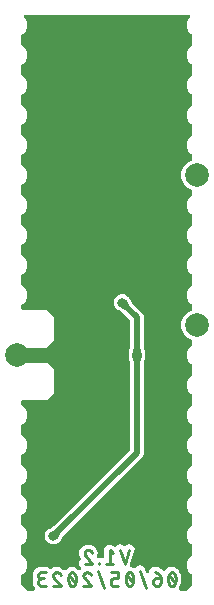
<source format=gbr>
G04 EAGLE Gerber RS-274X export*
G75*
%MOMM*%
%FSLAX34Y34*%
%LPD*%
%INBottom Copper*%
%IPPOS*%
%AMOC8*
5,1,8,0,0,1.08239X$1,22.5*%
G01*
%ADD10C,0.254000*%
%ADD11C,0.800000*%
%ADD12C,0.508000*%
%ADD13C,2.000000*%
%ADD14C,1.270000*%

G36*
X13929Y3819D02*
X13929Y3819D01*
X14005Y3818D01*
X14101Y3839D01*
X14200Y3851D01*
X14271Y3876D01*
X14345Y3892D01*
X14434Y3935D01*
X14528Y3968D01*
X14592Y4009D01*
X14660Y4042D01*
X14737Y4103D01*
X14821Y4157D01*
X14873Y4212D01*
X14933Y4259D01*
X14994Y4336D01*
X15063Y4408D01*
X15102Y4473D01*
X15149Y4532D01*
X15191Y4622D01*
X15242Y4707D01*
X15265Y4779D01*
X15297Y4848D01*
X15318Y4944D01*
X15348Y5039D01*
X15354Y5114D01*
X15370Y5188D01*
X15368Y5288D01*
X15376Y5386D01*
X15365Y5461D01*
X15363Y5537D01*
X15339Y5633D01*
X15324Y5731D01*
X15296Y5801D01*
X15278Y5875D01*
X15213Y6011D01*
X15195Y6055D01*
X15185Y6070D01*
X15173Y6096D01*
X13589Y8839D01*
X13589Y12892D01*
X13716Y13112D01*
X13776Y13250D01*
X13840Y13387D01*
X13845Y13410D01*
X13854Y13432D01*
X13881Y13580D01*
X13913Y13728D01*
X13912Y13751D01*
X13916Y13774D01*
X13909Y13925D01*
X13906Y14076D01*
X13900Y14099D01*
X13899Y14123D01*
X13858Y14267D01*
X13821Y14414D01*
X13808Y14440D01*
X13803Y14458D01*
X13781Y14498D01*
X13716Y14635D01*
X13589Y14855D01*
X13589Y18560D01*
X15442Y21770D01*
X18629Y23610D01*
X18646Y23623D01*
X26188Y23623D01*
X27375Y22435D01*
X27376Y22434D01*
X27377Y22433D01*
X27522Y22319D01*
X27648Y22218D01*
X27649Y22218D01*
X27651Y22217D01*
X27814Y22140D01*
X27963Y22070D01*
X27965Y22069D01*
X27966Y22069D01*
X28143Y22031D01*
X28304Y21996D01*
X28305Y21996D01*
X28307Y21996D01*
X28489Y21999D01*
X28653Y22002D01*
X28654Y22002D01*
X28655Y22002D01*
X28824Y22045D01*
X28991Y22087D01*
X28992Y22088D01*
X28993Y22088D01*
X29214Y22193D01*
X31690Y23623D01*
X35453Y23623D01*
X35520Y23567D01*
X35539Y23557D01*
X35550Y23548D01*
X35589Y23530D01*
X35735Y23450D01*
X38484Y22225D01*
X39201Y21427D01*
X39288Y21351D01*
X39368Y21268D01*
X39418Y21236D01*
X39462Y21196D01*
X39564Y21142D01*
X39661Y21079D01*
X39717Y21059D01*
X39769Y21031D01*
X39881Y21001D01*
X39989Y20962D01*
X40048Y20955D01*
X40106Y20940D01*
X40221Y20935D01*
X40335Y20922D01*
X40394Y20929D01*
X40454Y20927D01*
X40567Y20949D01*
X40682Y20963D01*
X40738Y20983D01*
X40796Y20994D01*
X40901Y21041D01*
X41010Y21080D01*
X41075Y21120D01*
X41114Y21137D01*
X41149Y21164D01*
X41219Y21206D01*
X44603Y23623D01*
X48910Y23623D01*
X51894Y21491D01*
X51982Y21443D01*
X52064Y21386D01*
X52134Y21359D01*
X52199Y21322D01*
X52295Y21295D01*
X52388Y21259D01*
X52462Y21248D01*
X52534Y21227D01*
X52634Y21223D01*
X52733Y21208D01*
X52808Y21214D01*
X52883Y21211D01*
X52981Y21229D01*
X53080Y21237D01*
X53152Y21260D01*
X53225Y21274D01*
X53317Y21314D01*
X53412Y21345D01*
X53476Y21384D01*
X53545Y21414D01*
X53625Y21473D01*
X53710Y21525D01*
X53764Y21577D01*
X53824Y21622D01*
X53888Y21698D01*
X53960Y21768D01*
X53967Y21778D01*
X53970Y21780D01*
X54043Y21880D01*
X54123Y21974D01*
X54147Y22019D01*
X54177Y22061D01*
X54226Y22174D01*
X54282Y22284D01*
X54295Y22334D01*
X54315Y22381D01*
X54337Y22502D01*
X54367Y22622D01*
X54368Y22673D01*
X54377Y22724D01*
X54370Y22847D01*
X54372Y22971D01*
X54361Y23021D01*
X54359Y23072D01*
X54324Y23190D01*
X54298Y23311D01*
X54276Y23357D01*
X54262Y23407D01*
X54202Y23514D01*
X54149Y23626D01*
X54117Y23666D01*
X54092Y23711D01*
X53933Y23897D01*
X52949Y24881D01*
X52949Y28459D01*
X53853Y29363D01*
X53906Y29430D01*
X53967Y29490D01*
X54014Y29566D01*
X54070Y29636D01*
X54106Y29713D01*
X54152Y29786D01*
X54181Y29870D01*
X54219Y29951D01*
X54237Y30034D01*
X54264Y30116D01*
X54273Y30205D01*
X54292Y30292D01*
X54291Y30377D01*
X54299Y30462D01*
X54288Y30551D01*
X54286Y30640D01*
X54265Y30723D01*
X54254Y30808D01*
X54213Y30929D01*
X54201Y30978D01*
X54189Y31001D01*
X54176Y31040D01*
X54063Y31304D01*
X54010Y31396D01*
X53966Y31492D01*
X53913Y31567D01*
X53890Y31607D01*
X53863Y31635D01*
X53823Y31691D01*
X53770Y31753D01*
X53768Y31772D01*
X53764Y31874D01*
X53745Y31945D01*
X53736Y32017D01*
X53685Y32167D01*
X53674Y32211D01*
X53666Y32225D01*
X53658Y32249D01*
X53259Y33181D01*
X53176Y33325D01*
X53094Y33472D01*
X53089Y33478D01*
X53086Y33483D01*
X53069Y33501D01*
X52949Y33642D01*
X52949Y37373D01*
X54889Y40733D01*
X58249Y42673D01*
X62012Y42673D01*
X62079Y42617D01*
X62098Y42607D01*
X62109Y42598D01*
X62148Y42580D01*
X62293Y42500D01*
X65043Y41275D01*
X67339Y38722D01*
X67868Y37088D01*
X68419Y35386D01*
X67636Y33854D01*
X67623Y33820D01*
X67605Y33788D01*
X67563Y33657D01*
X67514Y33527D01*
X67510Y33491D01*
X67498Y33456D01*
X67487Y33319D01*
X67470Y33182D01*
X67473Y33145D01*
X67470Y33109D01*
X67491Y32972D01*
X67505Y32835D01*
X67517Y32800D01*
X67522Y32764D01*
X67573Y32636D01*
X67618Y32505D01*
X67637Y32474D01*
X67651Y32440D01*
X67730Y32327D01*
X67803Y32210D01*
X67829Y32184D01*
X67850Y32154D01*
X67952Y32062D01*
X68050Y31965D01*
X68081Y31945D01*
X68109Y31921D01*
X68229Y31854D01*
X68347Y31782D01*
X68382Y31770D01*
X68414Y31752D01*
X68546Y31715D01*
X68677Y31671D01*
X68714Y31667D01*
X68749Y31657D01*
X68993Y31638D01*
X71605Y31638D01*
X71668Y31577D01*
X71731Y31539D01*
X71790Y31493D01*
X71880Y31450D01*
X71967Y31398D01*
X72037Y31375D01*
X72105Y31344D01*
X72203Y31323D01*
X72299Y31292D01*
X72373Y31286D01*
X72445Y31270D01*
X72546Y31272D01*
X72646Y31264D01*
X72719Y31275D01*
X72794Y31276D01*
X72891Y31301D01*
X72991Y31316D01*
X73060Y31343D01*
X73132Y31361D01*
X73221Y31407D01*
X73315Y31444D01*
X73376Y31487D01*
X73442Y31521D01*
X73518Y31586D01*
X73601Y31643D01*
X73650Y31698D01*
X73707Y31747D01*
X73767Y31828D01*
X73834Y31902D01*
X73870Y31967D01*
X73914Y32027D01*
X73954Y32119D01*
X74003Y32207D01*
X74023Y32279D01*
X74052Y32347D01*
X74070Y32446D01*
X74097Y32543D01*
X74105Y32643D01*
X74114Y32690D01*
X74112Y32726D01*
X74117Y32786D01*
X74117Y38031D01*
X74111Y38080D01*
X74108Y38199D01*
X73941Y39703D01*
X73968Y39747D01*
X73982Y39787D01*
X74003Y39824D01*
X74039Y39951D01*
X74082Y40077D01*
X74085Y40111D01*
X75153Y41179D01*
X75184Y41218D01*
X75266Y41305D01*
X76211Y42486D01*
X76262Y42498D01*
X76300Y42516D01*
X76341Y42528D01*
X76456Y42593D01*
X76575Y42651D01*
X76602Y42673D01*
X78112Y42673D01*
X78162Y42678D01*
X78280Y42682D01*
X79784Y42849D01*
X79829Y42821D01*
X79869Y42808D01*
X79906Y42787D01*
X80033Y42751D01*
X80158Y42708D01*
X80193Y42705D01*
X81261Y41637D01*
X81300Y41606D01*
X81386Y41524D01*
X81853Y41151D01*
X81863Y41144D01*
X81872Y41136D01*
X82011Y41052D01*
X82148Y40966D01*
X82160Y40962D01*
X82170Y40955D01*
X82325Y40905D01*
X82478Y40853D01*
X82490Y40851D01*
X82502Y40848D01*
X82663Y40834D01*
X82824Y40817D01*
X82837Y40819D01*
X82849Y40818D01*
X83009Y40841D01*
X83170Y40862D01*
X83182Y40866D01*
X83194Y40868D01*
X83345Y40927D01*
X83496Y40984D01*
X83507Y40990D01*
X83518Y40995D01*
X83652Y41087D01*
X83787Y41176D01*
X83795Y41185D01*
X83805Y41192D01*
X83915Y41313D01*
X84026Y41430D01*
X84032Y41441D01*
X84040Y41450D01*
X84167Y41659D01*
X84280Y41885D01*
X87674Y43017D01*
X90556Y41576D01*
X90613Y41555D01*
X90665Y41526D01*
X90776Y41496D01*
X90884Y41457D01*
X90943Y41449D01*
X91001Y41433D01*
X91116Y41429D01*
X91230Y41415D01*
X91289Y41422D01*
X91349Y41419D01*
X91462Y41441D01*
X91576Y41453D01*
X91633Y41473D01*
X91692Y41484D01*
X91880Y41560D01*
X91905Y41569D01*
X91910Y41572D01*
X91919Y41576D01*
X94801Y43017D01*
X98195Y41885D01*
X99795Y38685D01*
X95950Y27152D01*
X95946Y27134D01*
X95939Y27117D01*
X95915Y26989D01*
X95904Y26955D01*
X95902Y26921D01*
X95879Y26811D01*
X95879Y26792D01*
X95876Y26774D01*
X95881Y26661D01*
X95876Y26607D01*
X95884Y26556D01*
X95886Y26462D01*
X95891Y26444D01*
X95892Y26426D01*
X95909Y26356D01*
X95644Y25827D01*
X95634Y25799D01*
X95619Y25773D01*
X95575Y25635D01*
X95525Y25500D01*
X95522Y25470D01*
X95512Y25441D01*
X95501Y25297D01*
X95484Y25154D01*
X95487Y25124D01*
X95484Y25094D01*
X95506Y24951D01*
X95522Y24807D01*
X95532Y24779D01*
X95536Y24749D01*
X95589Y24615D01*
X95638Y24479D01*
X95654Y24453D01*
X95665Y24425D01*
X95747Y24307D01*
X95825Y24185D01*
X95847Y24164D01*
X95864Y24139D01*
X95971Y24043D01*
X96074Y23941D01*
X96100Y23926D01*
X96123Y23906D01*
X96249Y23836D01*
X96373Y23761D01*
X96401Y23752D01*
X96428Y23737D01*
X96567Y23698D01*
X96704Y23653D01*
X96734Y23651D01*
X96763Y23642D01*
X97007Y23623D01*
X97556Y23623D01*
X98626Y22858D01*
X98770Y22778D01*
X98915Y22696D01*
X98924Y22694D01*
X98931Y22689D01*
X99090Y22644D01*
X99250Y22597D01*
X99258Y22597D01*
X99267Y22594D01*
X99432Y22587D01*
X99597Y22577D01*
X99606Y22578D01*
X99615Y22578D01*
X99779Y22608D01*
X99941Y22636D01*
X99949Y22640D01*
X99957Y22641D01*
X100110Y22708D01*
X100262Y22772D01*
X100269Y22777D01*
X100277Y22781D01*
X100409Y22879D01*
X100544Y22977D01*
X100549Y22984D01*
X100556Y22989D01*
X100662Y23115D01*
X100771Y23241D01*
X100776Y23250D01*
X100781Y23255D01*
X100794Y23280D01*
X100892Y23454D01*
X101170Y24050D01*
X104533Y25272D01*
X107775Y23759D01*
X109224Y19773D01*
X109262Y19698D01*
X109290Y19619D01*
X109339Y19542D01*
X109380Y19461D01*
X109434Y19397D01*
X109479Y19326D01*
X109545Y19263D01*
X109603Y19193D01*
X109669Y19142D01*
X109730Y19084D01*
X109808Y19037D01*
X109880Y18982D01*
X109957Y18948D01*
X110029Y18905D01*
X110115Y18877D01*
X110199Y18840D01*
X110281Y18824D01*
X110361Y18799D01*
X110451Y18792D01*
X110541Y18774D01*
X110625Y18778D01*
X110708Y18771D01*
X110798Y18784D01*
X110889Y18788D01*
X110970Y18810D01*
X111053Y18823D01*
X111137Y18856D01*
X111225Y18880D01*
X111299Y18920D01*
X111377Y18951D01*
X111451Y19003D01*
X111531Y19047D01*
X111594Y19103D01*
X111663Y19150D01*
X111724Y19218D01*
X111792Y19278D01*
X111840Y19347D01*
X111896Y19409D01*
X111940Y19489D01*
X111993Y19563D01*
X112024Y19641D01*
X112065Y19714D01*
X112090Y19802D01*
X112124Y19886D01*
X112137Y19969D01*
X112160Y20050D01*
X112170Y20182D01*
X112178Y20230D01*
X112176Y20255D01*
X112179Y20293D01*
X112179Y21093D01*
X114709Y23623D01*
X119047Y23623D01*
X123753Y20905D01*
X123799Y20885D01*
X123842Y20858D01*
X123959Y20816D01*
X124073Y20767D01*
X124123Y20758D01*
X124170Y20741D01*
X124293Y20727D01*
X124416Y20704D01*
X124466Y20707D01*
X124516Y20701D01*
X124640Y20716D01*
X124764Y20722D01*
X124812Y20736D01*
X124862Y20741D01*
X124979Y20783D01*
X125099Y20818D01*
X125143Y20842D01*
X125190Y20859D01*
X125400Y20985D01*
X129093Y23623D01*
X133401Y23623D01*
X136906Y21119D01*
X137487Y19423D01*
X137508Y19379D01*
X137559Y19249D01*
X138811Y16681D01*
X138811Y10243D01*
X138124Y8835D01*
X138078Y8704D01*
X138026Y8575D01*
X138018Y8532D01*
X138008Y8506D01*
X138003Y8456D01*
X137980Y8335D01*
X137938Y7962D01*
X137880Y7915D01*
X137786Y7820D01*
X137687Y7730D01*
X137663Y7697D01*
X137634Y7668D01*
X137564Y7554D01*
X137488Y7444D01*
X137468Y7397D01*
X137452Y7371D01*
X137436Y7324D01*
X137391Y7220D01*
X136913Y5828D01*
X136891Y5727D01*
X136860Y5629D01*
X136854Y5558D01*
X136839Y5488D01*
X136840Y5384D01*
X136832Y5282D01*
X136843Y5211D01*
X136844Y5139D01*
X136868Y5039D01*
X136884Y4937D01*
X136910Y4871D01*
X136927Y4801D01*
X136974Y4709D01*
X137012Y4613D01*
X137053Y4554D01*
X137086Y4490D01*
X137153Y4412D01*
X137211Y4327D01*
X137265Y4279D01*
X137311Y4224D01*
X137394Y4163D01*
X137470Y4094D01*
X137533Y4059D01*
X137590Y4016D01*
X137685Y3975D01*
X137775Y3925D01*
X137844Y3906D01*
X137910Y3877D01*
X138011Y3858D01*
X138111Y3830D01*
X138206Y3823D01*
X138253Y3814D01*
X138290Y3816D01*
X138354Y3811D01*
X143424Y3811D01*
X143500Y3819D01*
X143576Y3818D01*
X143673Y3839D01*
X143770Y3851D01*
X143842Y3876D01*
X143917Y3893D01*
X144006Y3935D01*
X144098Y3968D01*
X144163Y4010D01*
X144232Y4042D01*
X144308Y4104D01*
X144391Y4157D01*
X144444Y4212D01*
X144504Y4260D01*
X144565Y4337D01*
X144633Y4408D01*
X144673Y4473D01*
X144720Y4533D01*
X144788Y4666D01*
X144812Y4707D01*
X144818Y4725D01*
X144831Y4751D01*
X144931Y4991D01*
X147409Y7469D01*
X147649Y7569D01*
X147716Y7606D01*
X147787Y7634D01*
X147868Y7690D01*
X147954Y7738D01*
X148010Y7789D01*
X148073Y7833D01*
X148139Y7906D01*
X148212Y7972D01*
X148255Y8035D01*
X148306Y8092D01*
X148354Y8178D01*
X148410Y8259D01*
X148438Y8330D01*
X148475Y8397D01*
X148502Y8492D01*
X148538Y8583D01*
X148549Y8659D01*
X148570Y8732D01*
X148582Y8881D01*
X148589Y8928D01*
X148587Y8947D01*
X148589Y8976D01*
X148589Y16424D01*
X148581Y16500D01*
X148582Y16576D01*
X148561Y16673D01*
X148549Y16770D01*
X148524Y16842D01*
X148507Y16917D01*
X148465Y17006D01*
X148432Y17098D01*
X148390Y17163D01*
X148358Y17232D01*
X148296Y17308D01*
X148243Y17391D01*
X148188Y17444D01*
X148140Y17504D01*
X148063Y17565D01*
X147992Y17633D01*
X147927Y17673D01*
X147867Y17720D01*
X147734Y17788D01*
X147693Y17812D01*
X147675Y17818D01*
X147649Y17831D01*
X147409Y17931D01*
X144931Y20409D01*
X143589Y23647D01*
X143589Y27153D01*
X144931Y30391D01*
X147409Y32869D01*
X147649Y32969D01*
X147716Y33006D01*
X147787Y33034D01*
X147868Y33090D01*
X147954Y33138D01*
X148010Y33189D01*
X148073Y33233D01*
X148139Y33306D01*
X148212Y33372D01*
X148255Y33435D01*
X148306Y33492D01*
X148354Y33578D01*
X148410Y33659D01*
X148438Y33730D01*
X148475Y33797D01*
X148502Y33892D01*
X148538Y33983D01*
X148549Y34059D01*
X148570Y34132D01*
X148582Y34281D01*
X148589Y34328D01*
X148587Y34347D01*
X148589Y34376D01*
X148589Y41824D01*
X148581Y41900D01*
X148582Y41976D01*
X148561Y42073D01*
X148549Y42170D01*
X148524Y42242D01*
X148507Y42317D01*
X148465Y42406D01*
X148432Y42498D01*
X148390Y42563D01*
X148358Y42632D01*
X148296Y42708D01*
X148243Y42791D01*
X148188Y42844D01*
X148140Y42904D01*
X148063Y42965D01*
X147992Y43033D01*
X147927Y43073D01*
X147867Y43120D01*
X147734Y43188D01*
X147693Y43212D01*
X147675Y43218D01*
X147649Y43231D01*
X147409Y43331D01*
X144931Y45809D01*
X143589Y49047D01*
X143589Y52553D01*
X144931Y55791D01*
X147409Y58269D01*
X147649Y58369D01*
X147716Y58406D01*
X147787Y58434D01*
X147868Y58490D01*
X147954Y58538D01*
X148010Y58589D01*
X148073Y58633D01*
X148139Y58706D01*
X148212Y58772D01*
X148255Y58835D01*
X148306Y58892D01*
X148354Y58978D01*
X148410Y59059D01*
X148438Y59130D01*
X148475Y59197D01*
X148502Y59292D01*
X148538Y59383D01*
X148549Y59459D01*
X148570Y59532D01*
X148582Y59681D01*
X148589Y59728D01*
X148587Y59747D01*
X148589Y59776D01*
X148589Y67224D01*
X148581Y67300D01*
X148582Y67376D01*
X148561Y67473D01*
X148549Y67570D01*
X148524Y67642D01*
X148507Y67717D01*
X148465Y67806D01*
X148432Y67898D01*
X148390Y67963D01*
X148358Y68032D01*
X148296Y68108D01*
X148243Y68191D01*
X148188Y68244D01*
X148140Y68304D01*
X148063Y68365D01*
X147992Y68433D01*
X147927Y68473D01*
X147867Y68520D01*
X147734Y68588D01*
X147693Y68612D01*
X147675Y68618D01*
X147649Y68631D01*
X147409Y68731D01*
X144931Y71209D01*
X143589Y74447D01*
X143589Y77953D01*
X144931Y81191D01*
X147409Y83669D01*
X147649Y83769D01*
X147716Y83806D01*
X147787Y83834D01*
X147868Y83890D01*
X147954Y83938D01*
X148010Y83989D01*
X148073Y84033D01*
X148139Y84106D01*
X148212Y84172D01*
X148255Y84235D01*
X148306Y84292D01*
X148354Y84378D01*
X148410Y84459D01*
X148438Y84530D01*
X148475Y84597D01*
X148502Y84692D01*
X148538Y84783D01*
X148549Y84859D01*
X148570Y84932D01*
X148582Y85081D01*
X148589Y85128D01*
X148587Y85147D01*
X148589Y85176D01*
X148589Y92624D01*
X148581Y92700D01*
X148582Y92776D01*
X148561Y92873D01*
X148549Y92970D01*
X148524Y93042D01*
X148507Y93117D01*
X148465Y93206D01*
X148432Y93298D01*
X148390Y93363D01*
X148358Y93432D01*
X148296Y93508D01*
X148243Y93591D01*
X148188Y93644D01*
X148140Y93704D01*
X148063Y93765D01*
X147992Y93833D01*
X147927Y93873D01*
X147867Y93920D01*
X147734Y93988D01*
X147693Y94012D01*
X147675Y94018D01*
X147649Y94031D01*
X147409Y94131D01*
X144931Y96609D01*
X143589Y99847D01*
X143589Y103353D01*
X144931Y106591D01*
X147409Y109069D01*
X147649Y109169D01*
X147716Y109206D01*
X147787Y109234D01*
X147868Y109290D01*
X147954Y109338D01*
X148010Y109389D01*
X148073Y109433D01*
X148139Y109506D01*
X148212Y109572D01*
X148255Y109635D01*
X148306Y109692D01*
X148354Y109778D01*
X148410Y109859D01*
X148438Y109930D01*
X148475Y109997D01*
X148502Y110092D01*
X148538Y110183D01*
X148549Y110259D01*
X148570Y110332D01*
X148582Y110481D01*
X148589Y110528D01*
X148587Y110547D01*
X148589Y110576D01*
X148589Y118024D01*
X148581Y118100D01*
X148582Y118176D01*
X148561Y118273D01*
X148549Y118370D01*
X148524Y118442D01*
X148507Y118517D01*
X148465Y118606D01*
X148432Y118698D01*
X148390Y118763D01*
X148358Y118832D01*
X148296Y118908D01*
X148243Y118991D01*
X148188Y119044D01*
X148140Y119104D01*
X148063Y119165D01*
X147992Y119233D01*
X147927Y119273D01*
X147867Y119320D01*
X147734Y119388D01*
X147693Y119412D01*
X147675Y119418D01*
X147649Y119431D01*
X147409Y119531D01*
X144931Y122009D01*
X143589Y125247D01*
X143589Y128753D01*
X144931Y131991D01*
X147409Y134469D01*
X147649Y134569D01*
X147716Y134606D01*
X147787Y134634D01*
X147868Y134690D01*
X147954Y134738D01*
X148010Y134789D01*
X148073Y134833D01*
X148139Y134906D01*
X148212Y134972D01*
X148255Y135035D01*
X148306Y135092D01*
X148354Y135178D01*
X148410Y135259D01*
X148438Y135330D01*
X148475Y135397D01*
X148502Y135492D01*
X148538Y135583D01*
X148549Y135659D01*
X148570Y135732D01*
X148582Y135881D01*
X148589Y135928D01*
X148587Y135947D01*
X148589Y135976D01*
X148589Y143424D01*
X148581Y143500D01*
X148582Y143576D01*
X148561Y143673D01*
X148549Y143770D01*
X148524Y143842D01*
X148507Y143917D01*
X148465Y144006D01*
X148432Y144098D01*
X148390Y144163D01*
X148358Y144232D01*
X148296Y144308D01*
X148243Y144391D01*
X148188Y144444D01*
X148140Y144504D01*
X148063Y144565D01*
X147992Y144633D01*
X147927Y144673D01*
X147867Y144720D01*
X147734Y144788D01*
X147693Y144812D01*
X147675Y144818D01*
X147649Y144831D01*
X147409Y144931D01*
X144931Y147409D01*
X143589Y150647D01*
X143589Y154153D01*
X144931Y157391D01*
X147409Y159869D01*
X147649Y159969D01*
X147716Y160006D01*
X147787Y160034D01*
X147868Y160090D01*
X147954Y160138D01*
X148010Y160189D01*
X148073Y160233D01*
X148139Y160306D01*
X148212Y160372D01*
X148255Y160435D01*
X148306Y160492D01*
X148354Y160578D01*
X148410Y160659D01*
X148438Y160730D01*
X148475Y160797D01*
X148502Y160892D01*
X148538Y160983D01*
X148549Y161059D01*
X148570Y161132D01*
X148582Y161281D01*
X148589Y161328D01*
X148587Y161347D01*
X148589Y161376D01*
X148589Y168824D01*
X148581Y168900D01*
X148582Y168976D01*
X148561Y169073D01*
X148549Y169170D01*
X148524Y169242D01*
X148507Y169317D01*
X148465Y169406D01*
X148432Y169498D01*
X148390Y169563D01*
X148358Y169632D01*
X148296Y169708D01*
X148243Y169791D01*
X148188Y169844D01*
X148140Y169904D01*
X148063Y169965D01*
X147992Y170033D01*
X147927Y170073D01*
X147867Y170120D01*
X147734Y170188D01*
X147693Y170212D01*
X147675Y170218D01*
X147649Y170231D01*
X147409Y170331D01*
X144931Y172809D01*
X143589Y176047D01*
X143589Y179553D01*
X144931Y182791D01*
X147409Y185269D01*
X147649Y185369D01*
X147716Y185406D01*
X147787Y185434D01*
X147868Y185490D01*
X147954Y185538D01*
X148010Y185589D01*
X148073Y185633D01*
X148139Y185706D01*
X148212Y185772D01*
X148255Y185835D01*
X148306Y185892D01*
X148354Y185978D01*
X148410Y186059D01*
X148438Y186130D01*
X148475Y186197D01*
X148502Y186292D01*
X148538Y186383D01*
X148549Y186459D01*
X148570Y186532D01*
X148582Y186681D01*
X148589Y186728D01*
X148587Y186747D01*
X148589Y186776D01*
X148589Y194224D01*
X148587Y194247D01*
X148588Y194269D01*
X148581Y194320D01*
X148582Y194376D01*
X148561Y194473D01*
X148549Y194570D01*
X148539Y194600D01*
X148537Y194614D01*
X148521Y194652D01*
X148507Y194717D01*
X148465Y194806D01*
X148432Y194898D01*
X148410Y194932D01*
X148408Y194938D01*
X148390Y194964D01*
X148358Y195032D01*
X148296Y195108D01*
X148243Y195191D01*
X148209Y195224D01*
X148208Y195225D01*
X148188Y195244D01*
X148140Y195304D01*
X148063Y195365D01*
X147992Y195433D01*
X147927Y195473D01*
X147867Y195520D01*
X147734Y195588D01*
X147693Y195612D01*
X147675Y195618D01*
X147649Y195631D01*
X147409Y195731D01*
X144931Y198209D01*
X143589Y201447D01*
X143589Y204953D01*
X144931Y208191D01*
X147409Y210669D01*
X147649Y210769D01*
X147716Y210806D01*
X147787Y210834D01*
X147868Y210890D01*
X147954Y210938D01*
X148010Y210989D01*
X148073Y211033D01*
X148139Y211106D01*
X148212Y211172D01*
X148255Y211235D01*
X148306Y211292D01*
X148354Y211378D01*
X148410Y211459D01*
X148438Y211530D01*
X148475Y211597D01*
X148502Y211692D01*
X148538Y211783D01*
X148549Y211859D01*
X148570Y211932D01*
X148582Y212081D01*
X148589Y212128D01*
X148587Y212147D01*
X148589Y212176D01*
X148589Y215037D01*
X148581Y215113D01*
X148582Y215189D01*
X148561Y215285D01*
X148549Y215383D01*
X148524Y215455D01*
X148507Y215530D01*
X148465Y215618D01*
X148432Y215711D01*
X148390Y215775D01*
X148358Y215844D01*
X148296Y215921D01*
X148243Y216004D01*
X148188Y216057D01*
X148140Y216117D01*
X148063Y216178D01*
X147992Y216246D01*
X147927Y216285D01*
X147867Y216333D01*
X147733Y216401D01*
X147693Y216425D01*
X147675Y216431D01*
X147649Y216444D01*
X145008Y217538D01*
X141338Y221208D01*
X139351Y226004D01*
X139351Y231196D01*
X141338Y235992D01*
X145008Y239662D01*
X147649Y240756D01*
X147716Y240793D01*
X147787Y240821D01*
X147868Y240877D01*
X147954Y240925D01*
X148010Y240977D01*
X148073Y241020D01*
X148139Y241093D01*
X148212Y241159D01*
X148255Y241222D01*
X148306Y241279D01*
X148354Y241365D01*
X148410Y241446D01*
X148438Y241517D01*
X148475Y241584D01*
X148502Y241679D01*
X148538Y241770D01*
X148549Y241846D01*
X148570Y241919D01*
X148582Y242068D01*
X148589Y242115D01*
X148587Y242134D01*
X148589Y242163D01*
X148589Y245024D01*
X148581Y245100D01*
X148582Y245176D01*
X148561Y245273D01*
X148549Y245370D01*
X148524Y245442D01*
X148507Y245517D01*
X148465Y245606D01*
X148432Y245698D01*
X148390Y245763D01*
X148358Y245832D01*
X148296Y245908D01*
X148243Y245991D01*
X148188Y246044D01*
X148140Y246104D01*
X148063Y246165D01*
X147992Y246233D01*
X147927Y246273D01*
X147867Y246320D01*
X147734Y246388D01*
X147693Y246412D01*
X147675Y246418D01*
X147649Y246431D01*
X147409Y246531D01*
X144931Y249009D01*
X143589Y252247D01*
X143589Y255753D01*
X144931Y258991D01*
X147409Y261469D01*
X147649Y261569D01*
X147716Y261606D01*
X147787Y261634D01*
X147868Y261690D01*
X147954Y261738D01*
X148010Y261789D01*
X148073Y261833D01*
X148139Y261906D01*
X148212Y261972D01*
X148255Y262035D01*
X148306Y262092D01*
X148354Y262178D01*
X148410Y262259D01*
X148438Y262330D01*
X148475Y262397D01*
X148502Y262492D01*
X148538Y262583D01*
X148549Y262659D01*
X148570Y262732D01*
X148582Y262881D01*
X148589Y262928D01*
X148587Y262947D01*
X148589Y262976D01*
X148589Y270424D01*
X148581Y270500D01*
X148582Y270576D01*
X148561Y270673D01*
X148549Y270770D01*
X148524Y270842D01*
X148507Y270917D01*
X148465Y271006D01*
X148432Y271098D01*
X148390Y271163D01*
X148358Y271232D01*
X148296Y271308D01*
X148243Y271391D01*
X148188Y271444D01*
X148140Y271504D01*
X148063Y271565D01*
X147992Y271633D01*
X147927Y271673D01*
X147867Y271720D01*
X147734Y271788D01*
X147693Y271812D01*
X147675Y271818D01*
X147649Y271831D01*
X147409Y271931D01*
X144931Y274409D01*
X143589Y277647D01*
X143589Y281153D01*
X144931Y284391D01*
X147409Y286869D01*
X147649Y286969D01*
X147716Y287006D01*
X147787Y287034D01*
X147868Y287090D01*
X147954Y287138D01*
X148010Y287189D01*
X148073Y287233D01*
X148139Y287306D01*
X148212Y287372D01*
X148255Y287435D01*
X148306Y287492D01*
X148354Y287578D01*
X148410Y287659D01*
X148438Y287730D01*
X148475Y287797D01*
X148502Y287892D01*
X148538Y287983D01*
X148549Y288059D01*
X148570Y288132D01*
X148582Y288281D01*
X148589Y288328D01*
X148587Y288347D01*
X148589Y288376D01*
X148589Y295824D01*
X148581Y295900D01*
X148582Y295976D01*
X148561Y296073D01*
X148549Y296170D01*
X148524Y296242D01*
X148507Y296317D01*
X148465Y296406D01*
X148432Y296498D01*
X148390Y296563D01*
X148358Y296632D01*
X148296Y296708D01*
X148243Y296791D01*
X148188Y296844D01*
X148140Y296904D01*
X148063Y296965D01*
X147992Y297033D01*
X147927Y297073D01*
X147867Y297120D01*
X147734Y297188D01*
X147693Y297212D01*
X147675Y297218D01*
X147649Y297231D01*
X147409Y297331D01*
X144931Y299809D01*
X143589Y303047D01*
X143589Y306553D01*
X144931Y309791D01*
X147409Y312269D01*
X147649Y312369D01*
X147716Y312406D01*
X147787Y312434D01*
X147868Y312490D01*
X147954Y312538D01*
X148010Y312589D01*
X148073Y312633D01*
X148139Y312706D01*
X148212Y312772D01*
X148255Y312835D01*
X148306Y312892D01*
X148354Y312978D01*
X148410Y313059D01*
X148438Y313130D01*
X148475Y313197D01*
X148502Y313292D01*
X148538Y313383D01*
X148549Y313459D01*
X148570Y313532D01*
X148582Y313681D01*
X148589Y313728D01*
X148587Y313747D01*
X148589Y313776D01*
X148589Y321224D01*
X148581Y321300D01*
X148582Y321376D01*
X148561Y321473D01*
X148549Y321570D01*
X148524Y321642D01*
X148507Y321717D01*
X148465Y321806D01*
X148432Y321898D01*
X148390Y321963D01*
X148358Y322032D01*
X148296Y322108D01*
X148243Y322191D01*
X148188Y322244D01*
X148140Y322304D01*
X148063Y322365D01*
X147992Y322433D01*
X147927Y322473D01*
X147867Y322520D01*
X147734Y322588D01*
X147693Y322612D01*
X147675Y322618D01*
X147649Y322631D01*
X147409Y322731D01*
X144931Y325209D01*
X143589Y328447D01*
X143589Y331953D01*
X144931Y335191D01*
X147409Y337669D01*
X147649Y337769D01*
X147716Y337806D01*
X147787Y337834D01*
X147868Y337890D01*
X147954Y337938D01*
X148010Y337989D01*
X148073Y338033D01*
X148139Y338106D01*
X148212Y338172D01*
X148255Y338235D01*
X148306Y338292D01*
X148354Y338378D01*
X148410Y338459D01*
X148438Y338530D01*
X148475Y338597D01*
X148502Y338692D01*
X148538Y338783D01*
X148549Y338859D01*
X148570Y338932D01*
X148582Y339081D01*
X148589Y339128D01*
X148587Y339147D01*
X148589Y339176D01*
X148589Y342037D01*
X148581Y342113D01*
X148582Y342189D01*
X148561Y342285D01*
X148549Y342383D01*
X148524Y342455D01*
X148507Y342530D01*
X148465Y342618D01*
X148432Y342711D01*
X148390Y342775D01*
X148358Y342844D01*
X148296Y342921D01*
X148243Y343004D01*
X148188Y343057D01*
X148140Y343117D01*
X148063Y343178D01*
X147992Y343246D01*
X147927Y343285D01*
X147867Y343333D01*
X147733Y343401D01*
X147693Y343425D01*
X147675Y343431D01*
X147649Y343444D01*
X145008Y344538D01*
X141338Y348208D01*
X139351Y353004D01*
X139351Y358196D01*
X141338Y362992D01*
X145008Y366662D01*
X147649Y367756D01*
X147716Y367793D01*
X147787Y367821D01*
X147868Y367877D01*
X147954Y367925D01*
X148010Y367977D01*
X148073Y368020D01*
X148139Y368093D01*
X148212Y368159D01*
X148255Y368222D01*
X148306Y368279D01*
X148354Y368365D01*
X148410Y368446D01*
X148438Y368517D01*
X148475Y368584D01*
X148502Y368679D01*
X148538Y368770D01*
X148549Y368846D01*
X148570Y368919D01*
X148582Y369068D01*
X148589Y369115D01*
X148587Y369134D01*
X148589Y369163D01*
X148589Y372024D01*
X148581Y372100D01*
X148582Y372176D01*
X148561Y372273D01*
X148549Y372370D01*
X148524Y372442D01*
X148507Y372517D01*
X148465Y372606D01*
X148432Y372698D01*
X148390Y372763D01*
X148358Y372832D01*
X148296Y372908D01*
X148243Y372991D01*
X148188Y373044D01*
X148140Y373104D01*
X148063Y373165D01*
X147992Y373233D01*
X147927Y373273D01*
X147867Y373320D01*
X147734Y373388D01*
X147693Y373412D01*
X147675Y373418D01*
X147649Y373431D01*
X147409Y373531D01*
X144931Y376009D01*
X143589Y379247D01*
X143589Y382753D01*
X144931Y385991D01*
X147409Y388469D01*
X147649Y388569D01*
X147716Y388606D01*
X147787Y388634D01*
X147868Y388690D01*
X147954Y388738D01*
X148010Y388789D01*
X148073Y388833D01*
X148139Y388906D01*
X148212Y388972D01*
X148255Y389035D01*
X148306Y389092D01*
X148354Y389178D01*
X148410Y389259D01*
X148438Y389330D01*
X148475Y389397D01*
X148502Y389492D01*
X148538Y389583D01*
X148549Y389659D01*
X148570Y389732D01*
X148582Y389881D01*
X148589Y389928D01*
X148587Y389947D01*
X148589Y389976D01*
X148589Y397424D01*
X148581Y397500D01*
X148582Y397576D01*
X148561Y397673D01*
X148549Y397770D01*
X148524Y397842D01*
X148507Y397917D01*
X148465Y398006D01*
X148432Y398098D01*
X148390Y398163D01*
X148358Y398232D01*
X148296Y398308D01*
X148243Y398391D01*
X148188Y398444D01*
X148140Y398504D01*
X148063Y398565D01*
X147992Y398633D01*
X147927Y398673D01*
X147867Y398720D01*
X147734Y398788D01*
X147693Y398812D01*
X147675Y398818D01*
X147649Y398831D01*
X147409Y398931D01*
X144931Y401409D01*
X143589Y404647D01*
X143589Y408153D01*
X144931Y411391D01*
X147409Y413869D01*
X147649Y413969D01*
X147716Y414006D01*
X147787Y414034D01*
X147868Y414090D01*
X147954Y414138D01*
X148010Y414189D01*
X148073Y414233D01*
X148139Y414306D01*
X148212Y414372D01*
X148255Y414435D01*
X148306Y414492D01*
X148354Y414578D01*
X148410Y414659D01*
X148438Y414730D01*
X148475Y414797D01*
X148502Y414892D01*
X148538Y414983D01*
X148549Y415059D01*
X148570Y415132D01*
X148582Y415281D01*
X148589Y415328D01*
X148587Y415347D01*
X148589Y415376D01*
X148589Y422824D01*
X148581Y422900D01*
X148582Y422976D01*
X148561Y423073D01*
X148549Y423170D01*
X148524Y423242D01*
X148507Y423317D01*
X148465Y423406D01*
X148432Y423498D01*
X148390Y423563D01*
X148358Y423632D01*
X148296Y423708D01*
X148243Y423791D01*
X148188Y423844D01*
X148140Y423904D01*
X148063Y423965D01*
X147992Y424033D01*
X147927Y424073D01*
X147867Y424120D01*
X147734Y424188D01*
X147693Y424212D01*
X147675Y424218D01*
X147649Y424231D01*
X147409Y424331D01*
X144931Y426809D01*
X143589Y430047D01*
X143589Y433553D01*
X144931Y436791D01*
X147409Y439269D01*
X147649Y439369D01*
X147716Y439406D01*
X147787Y439434D01*
X147868Y439490D01*
X147954Y439538D01*
X148010Y439589D01*
X148073Y439633D01*
X148139Y439706D01*
X148212Y439772D01*
X148255Y439835D01*
X148306Y439892D01*
X148354Y439978D01*
X148410Y440059D01*
X148438Y440130D01*
X148475Y440197D01*
X148502Y440292D01*
X148538Y440383D01*
X148549Y440459D01*
X148570Y440532D01*
X148582Y440681D01*
X148589Y440728D01*
X148587Y440747D01*
X148589Y440776D01*
X148589Y448224D01*
X148581Y448300D01*
X148582Y448376D01*
X148561Y448473D01*
X148549Y448570D01*
X148524Y448642D01*
X148507Y448717D01*
X148465Y448806D01*
X148432Y448898D01*
X148390Y448963D01*
X148358Y449032D01*
X148296Y449108D01*
X148243Y449191D01*
X148188Y449244D01*
X148140Y449304D01*
X148063Y449365D01*
X147992Y449433D01*
X147927Y449473D01*
X147867Y449520D01*
X147734Y449588D01*
X147693Y449612D01*
X147675Y449618D01*
X147649Y449631D01*
X147409Y449731D01*
X144931Y452209D01*
X143589Y455447D01*
X143589Y458953D01*
X144931Y462191D01*
X147409Y464669D01*
X147649Y464769D01*
X147716Y464806D01*
X147787Y464834D01*
X147868Y464890D01*
X147954Y464938D01*
X148010Y464989D01*
X148073Y465033D01*
X148139Y465106D01*
X148212Y465172D01*
X148255Y465235D01*
X148306Y465292D01*
X148354Y465378D01*
X148410Y465459D01*
X148438Y465530D01*
X148475Y465597D01*
X148502Y465692D01*
X148538Y465783D01*
X148549Y465859D01*
X148570Y465932D01*
X148582Y466081D01*
X148589Y466128D01*
X148587Y466147D01*
X148589Y466176D01*
X148589Y473624D01*
X148581Y473700D01*
X148582Y473776D01*
X148561Y473873D01*
X148549Y473970D01*
X148524Y474042D01*
X148507Y474117D01*
X148465Y474206D01*
X148432Y474298D01*
X148390Y474363D01*
X148358Y474432D01*
X148296Y474508D01*
X148243Y474591D01*
X148188Y474644D01*
X148140Y474704D01*
X148063Y474765D01*
X147992Y474833D01*
X147927Y474873D01*
X147867Y474920D01*
X147734Y474988D01*
X147693Y475012D01*
X147675Y475018D01*
X147649Y475031D01*
X147409Y475131D01*
X144931Y477609D01*
X143589Y480847D01*
X143589Y484353D01*
X144931Y487591D01*
X146229Y488889D01*
X146291Y488968D01*
X146361Y489040D01*
X146399Y489104D01*
X146445Y489162D01*
X146488Y489253D01*
X146540Y489339D01*
X146562Y489410D01*
X146594Y489477D01*
X146615Y489575D01*
X146646Y489671D01*
X146652Y489745D01*
X146668Y489818D01*
X146666Y489918D01*
X146674Y490018D01*
X146663Y490092D01*
X146662Y490166D01*
X146637Y490263D01*
X146622Y490363D01*
X146595Y490432D01*
X146577Y490504D01*
X146531Y490593D01*
X146494Y490687D01*
X146451Y490748D01*
X146417Y490814D01*
X146352Y490890D01*
X146295Y490973D01*
X146239Y491023D01*
X146191Y491079D01*
X146110Y491139D01*
X146036Y491206D01*
X145971Y491242D01*
X145911Y491287D01*
X145819Y491326D01*
X145731Y491375D01*
X145659Y491395D01*
X145591Y491425D01*
X145492Y491442D01*
X145395Y491470D01*
X145295Y491478D01*
X145248Y491486D01*
X145212Y491484D01*
X145152Y491489D01*
X7248Y491489D01*
X7149Y491478D01*
X7048Y491476D01*
X6976Y491458D01*
X6902Y491449D01*
X6808Y491416D01*
X6710Y491391D01*
X6644Y491357D01*
X6574Y491332D01*
X6490Y491277D01*
X6400Y491231D01*
X6344Y491183D01*
X6281Y491143D01*
X6212Y491071D01*
X6135Y491006D01*
X6091Y490946D01*
X6039Y490892D01*
X5988Y490806D01*
X5928Y490725D01*
X5898Y490657D01*
X5860Y490593D01*
X5830Y490497D01*
X5790Y490405D01*
X5777Y490332D01*
X5754Y490261D01*
X5746Y490161D01*
X5728Y490062D01*
X5732Y489988D01*
X5726Y489914D01*
X5741Y489814D01*
X5746Y489714D01*
X5767Y489643D01*
X5778Y489569D01*
X5815Y489476D01*
X5843Y489379D01*
X5879Y489314D01*
X5906Y489245D01*
X5964Y489163D01*
X6013Y489075D01*
X6078Y488999D01*
X6105Y488959D01*
X6132Y488935D01*
X6171Y488889D01*
X7469Y487591D01*
X8811Y484353D01*
X8811Y480847D01*
X7469Y477609D01*
X4991Y475131D01*
X4751Y475031D01*
X4684Y474994D01*
X4613Y474966D01*
X4532Y474910D01*
X4446Y474862D01*
X4390Y474811D01*
X4327Y474767D01*
X4261Y474694D01*
X4188Y474628D01*
X4145Y474565D01*
X4094Y474508D01*
X4046Y474422D01*
X3990Y474341D01*
X3962Y474270D01*
X3925Y474203D01*
X3898Y474108D01*
X3862Y474017D01*
X3851Y473941D01*
X3830Y473868D01*
X3818Y473719D01*
X3811Y473672D01*
X3813Y473653D01*
X3811Y473624D01*
X3811Y466176D01*
X3819Y466100D01*
X3818Y466024D01*
X3839Y465927D01*
X3851Y465830D01*
X3876Y465758D01*
X3893Y465683D01*
X3935Y465594D01*
X3968Y465502D01*
X4010Y465437D01*
X4042Y465368D01*
X4104Y465292D01*
X4157Y465209D01*
X4212Y465156D01*
X4260Y465096D01*
X4337Y465035D01*
X4408Y464967D01*
X4473Y464927D01*
X4533Y464880D01*
X4666Y464812D01*
X4707Y464788D01*
X4725Y464782D01*
X4751Y464769D01*
X4991Y464669D01*
X7469Y462191D01*
X8811Y458953D01*
X8811Y455447D01*
X7469Y452209D01*
X4991Y449731D01*
X4751Y449631D01*
X4684Y449594D01*
X4613Y449566D01*
X4532Y449510D01*
X4446Y449462D01*
X4390Y449411D01*
X4327Y449367D01*
X4261Y449294D01*
X4188Y449228D01*
X4145Y449165D01*
X4094Y449108D01*
X4046Y449022D01*
X3990Y448941D01*
X3962Y448870D01*
X3925Y448803D01*
X3898Y448708D01*
X3862Y448617D01*
X3851Y448541D01*
X3830Y448468D01*
X3818Y448319D01*
X3811Y448272D01*
X3813Y448253D01*
X3811Y448224D01*
X3811Y440776D01*
X3819Y440700D01*
X3818Y440624D01*
X3839Y440527D01*
X3851Y440430D01*
X3876Y440358D01*
X3893Y440283D01*
X3935Y440194D01*
X3968Y440102D01*
X4010Y440037D01*
X4042Y439968D01*
X4104Y439892D01*
X4157Y439809D01*
X4212Y439756D01*
X4260Y439696D01*
X4337Y439635D01*
X4408Y439567D01*
X4473Y439527D01*
X4533Y439480D01*
X4666Y439412D01*
X4707Y439388D01*
X4725Y439382D01*
X4751Y439369D01*
X4991Y439269D01*
X7469Y436791D01*
X8811Y433553D01*
X8811Y430047D01*
X7469Y426809D01*
X4991Y424331D01*
X4751Y424231D01*
X4684Y424194D01*
X4613Y424166D01*
X4532Y424110D01*
X4446Y424062D01*
X4390Y424011D01*
X4327Y423967D01*
X4261Y423894D01*
X4188Y423828D01*
X4145Y423765D01*
X4094Y423708D01*
X4046Y423622D01*
X3990Y423541D01*
X3962Y423470D01*
X3925Y423403D01*
X3898Y423308D01*
X3862Y423217D01*
X3851Y423141D01*
X3830Y423068D01*
X3818Y422919D01*
X3811Y422872D01*
X3813Y422853D01*
X3811Y422824D01*
X3811Y415376D01*
X3819Y415300D01*
X3818Y415224D01*
X3839Y415127D01*
X3851Y415030D01*
X3876Y414958D01*
X3893Y414883D01*
X3935Y414794D01*
X3968Y414702D01*
X4010Y414637D01*
X4042Y414568D01*
X4104Y414492D01*
X4157Y414409D01*
X4212Y414356D01*
X4260Y414296D01*
X4337Y414235D01*
X4408Y414167D01*
X4473Y414127D01*
X4533Y414080D01*
X4666Y414012D01*
X4707Y413988D01*
X4725Y413982D01*
X4751Y413969D01*
X4991Y413869D01*
X7469Y411391D01*
X8811Y408153D01*
X8811Y404647D01*
X7469Y401409D01*
X4991Y398931D01*
X4751Y398831D01*
X4684Y398794D01*
X4613Y398766D01*
X4532Y398710D01*
X4446Y398662D01*
X4390Y398611D01*
X4327Y398567D01*
X4261Y398494D01*
X4188Y398428D01*
X4145Y398365D01*
X4094Y398308D01*
X4046Y398222D01*
X3990Y398141D01*
X3962Y398070D01*
X3925Y398003D01*
X3898Y397908D01*
X3862Y397817D01*
X3851Y397741D01*
X3830Y397668D01*
X3818Y397519D01*
X3811Y397472D01*
X3813Y397453D01*
X3811Y397424D01*
X3811Y389976D01*
X3819Y389900D01*
X3818Y389824D01*
X3839Y389727D01*
X3851Y389630D01*
X3876Y389558D01*
X3893Y389483D01*
X3935Y389394D01*
X3968Y389302D01*
X4010Y389237D01*
X4042Y389168D01*
X4104Y389092D01*
X4157Y389009D01*
X4212Y388956D01*
X4260Y388896D01*
X4337Y388835D01*
X4408Y388767D01*
X4473Y388727D01*
X4533Y388680D01*
X4666Y388612D01*
X4707Y388588D01*
X4725Y388582D01*
X4751Y388569D01*
X4991Y388469D01*
X7469Y385991D01*
X8811Y382753D01*
X8811Y379247D01*
X7469Y376009D01*
X4991Y373531D01*
X4751Y373431D01*
X4684Y373394D01*
X4613Y373366D01*
X4532Y373310D01*
X4446Y373262D01*
X4390Y373211D01*
X4327Y373167D01*
X4261Y373094D01*
X4188Y373028D01*
X4145Y372965D01*
X4094Y372908D01*
X4046Y372822D01*
X3990Y372741D01*
X3962Y372670D01*
X3925Y372603D01*
X3898Y372508D01*
X3862Y372417D01*
X3851Y372341D01*
X3830Y372268D01*
X3818Y372119D01*
X3811Y372072D01*
X3813Y372053D01*
X3811Y372024D01*
X3811Y364576D01*
X3819Y364500D01*
X3818Y364424D01*
X3839Y364327D01*
X3851Y364230D01*
X3876Y364158D01*
X3893Y364083D01*
X3935Y363994D01*
X3968Y363902D01*
X4010Y363837D01*
X4042Y363768D01*
X4104Y363692D01*
X4157Y363609D01*
X4212Y363556D01*
X4260Y363496D01*
X4337Y363435D01*
X4408Y363367D01*
X4473Y363327D01*
X4533Y363280D01*
X4666Y363212D01*
X4707Y363188D01*
X4725Y363182D01*
X4751Y363169D01*
X4991Y363069D01*
X7469Y360591D01*
X8811Y357353D01*
X8811Y353847D01*
X7469Y350609D01*
X4991Y348131D01*
X4751Y348031D01*
X4684Y347994D01*
X4613Y347966D01*
X4532Y347910D01*
X4446Y347862D01*
X4390Y347811D01*
X4327Y347767D01*
X4261Y347694D01*
X4188Y347628D01*
X4145Y347565D01*
X4094Y347508D01*
X4046Y347422D01*
X3990Y347341D01*
X3962Y347270D01*
X3925Y347203D01*
X3898Y347108D01*
X3862Y347017D01*
X3851Y346941D01*
X3830Y346868D01*
X3818Y346719D01*
X3811Y346672D01*
X3813Y346653D01*
X3811Y346624D01*
X3811Y339176D01*
X3819Y339100D01*
X3818Y339024D01*
X3839Y338927D01*
X3851Y338830D01*
X3876Y338758D01*
X3893Y338683D01*
X3935Y338594D01*
X3968Y338502D01*
X4010Y338437D01*
X4042Y338368D01*
X4104Y338292D01*
X4157Y338209D01*
X4212Y338156D01*
X4260Y338096D01*
X4337Y338035D01*
X4408Y337967D01*
X4473Y337927D01*
X4533Y337880D01*
X4666Y337812D01*
X4707Y337788D01*
X4725Y337782D01*
X4751Y337769D01*
X4991Y337669D01*
X7469Y335191D01*
X8811Y331953D01*
X8811Y328447D01*
X7469Y325209D01*
X4991Y322731D01*
X4751Y322631D01*
X4684Y322594D01*
X4613Y322566D01*
X4532Y322510D01*
X4446Y322462D01*
X4390Y322411D01*
X4327Y322367D01*
X4261Y322294D01*
X4188Y322228D01*
X4145Y322165D01*
X4094Y322108D01*
X4046Y322022D01*
X3990Y321941D01*
X3962Y321870D01*
X3925Y321803D01*
X3898Y321708D01*
X3862Y321617D01*
X3851Y321541D01*
X3830Y321468D01*
X3818Y321319D01*
X3811Y321272D01*
X3813Y321253D01*
X3811Y321224D01*
X3811Y313776D01*
X3819Y313700D01*
X3818Y313624D01*
X3839Y313527D01*
X3851Y313430D01*
X3876Y313358D01*
X3893Y313283D01*
X3935Y313194D01*
X3968Y313102D01*
X4010Y313037D01*
X4042Y312968D01*
X4104Y312892D01*
X4157Y312809D01*
X4212Y312756D01*
X4260Y312696D01*
X4337Y312635D01*
X4408Y312567D01*
X4473Y312527D01*
X4533Y312480D01*
X4666Y312412D01*
X4707Y312388D01*
X4725Y312382D01*
X4751Y312369D01*
X4991Y312269D01*
X7469Y309791D01*
X8811Y306553D01*
X8811Y303047D01*
X7469Y299809D01*
X4991Y297331D01*
X4751Y297231D01*
X4684Y297194D01*
X4613Y297166D01*
X4532Y297110D01*
X4446Y297062D01*
X4390Y297011D01*
X4327Y296967D01*
X4261Y296894D01*
X4188Y296828D01*
X4145Y296765D01*
X4094Y296708D01*
X4046Y296622D01*
X3990Y296541D01*
X3962Y296470D01*
X3925Y296403D01*
X3898Y296308D01*
X3862Y296217D01*
X3851Y296141D01*
X3830Y296068D01*
X3818Y295919D01*
X3811Y295872D01*
X3813Y295853D01*
X3811Y295824D01*
X3811Y288376D01*
X3819Y288300D01*
X3818Y288224D01*
X3839Y288127D01*
X3851Y288030D01*
X3876Y287958D01*
X3893Y287883D01*
X3935Y287794D01*
X3968Y287702D01*
X4010Y287637D01*
X4042Y287568D01*
X4104Y287492D01*
X4157Y287409D01*
X4212Y287356D01*
X4260Y287296D01*
X4337Y287235D01*
X4408Y287167D01*
X4473Y287127D01*
X4533Y287080D01*
X4666Y287012D01*
X4707Y286988D01*
X4725Y286982D01*
X4751Y286969D01*
X4991Y286869D01*
X7469Y284391D01*
X8811Y281153D01*
X8811Y277647D01*
X7469Y274409D01*
X4991Y271931D01*
X4751Y271831D01*
X4684Y271794D01*
X4613Y271766D01*
X4532Y271710D01*
X4446Y271662D01*
X4390Y271611D01*
X4327Y271567D01*
X4261Y271494D01*
X4188Y271428D01*
X4145Y271365D01*
X4094Y271308D01*
X4046Y271222D01*
X3990Y271141D01*
X3962Y271070D01*
X3925Y271003D01*
X3898Y270908D01*
X3862Y270817D01*
X3851Y270741D01*
X3830Y270668D01*
X3818Y270519D01*
X3811Y270472D01*
X3813Y270453D01*
X3811Y270424D01*
X3811Y262976D01*
X3819Y262900D01*
X3818Y262824D01*
X3839Y262727D01*
X3851Y262630D01*
X3876Y262558D01*
X3893Y262483D01*
X3935Y262394D01*
X3968Y262302D01*
X4010Y262237D01*
X4042Y262168D01*
X4104Y262092D01*
X4157Y262009D01*
X4212Y261956D01*
X4260Y261896D01*
X4337Y261835D01*
X4408Y261767D01*
X4473Y261727D01*
X4533Y261680D01*
X4666Y261612D01*
X4707Y261588D01*
X4725Y261582D01*
X4751Y261569D01*
X4991Y261469D01*
X7469Y258991D01*
X8811Y255753D01*
X8811Y252247D01*
X7469Y249009D01*
X4991Y246531D01*
X4751Y246431D01*
X4684Y246394D01*
X4613Y246366D01*
X4532Y246310D01*
X4446Y246262D01*
X4390Y246211D01*
X4327Y246167D01*
X4261Y246094D01*
X4188Y246028D01*
X4145Y245965D01*
X4094Y245908D01*
X4046Y245822D01*
X3990Y245741D01*
X3962Y245670D01*
X3925Y245603D01*
X3898Y245508D01*
X3862Y245417D01*
X3851Y245341D01*
X3830Y245268D01*
X3818Y245119D01*
X3811Y245072D01*
X3813Y245053D01*
X3811Y245024D01*
X3811Y242824D01*
X3814Y242798D01*
X3812Y242772D01*
X3834Y242625D01*
X3851Y242478D01*
X3859Y242453D01*
X3863Y242427D01*
X3918Y242289D01*
X3968Y242150D01*
X3982Y242128D01*
X3992Y242103D01*
X4077Y241982D01*
X4157Y241857D01*
X4176Y241839D01*
X4191Y241817D01*
X4301Y241718D01*
X4408Y241615D01*
X4430Y241601D01*
X4450Y241584D01*
X4580Y241512D01*
X4707Y241436D01*
X4732Y241428D01*
X4755Y241415D01*
X4898Y241375D01*
X5039Y241330D01*
X5065Y241328D01*
X5090Y241320D01*
X5334Y241301D01*
X25400Y241301D01*
X31751Y234950D01*
X31751Y215885D01*
X22686Y206821D01*
X22608Y206722D01*
X22523Y206628D01*
X22500Y206586D01*
X22470Y206548D01*
X22416Y206434D01*
X22355Y206323D01*
X22342Y206276D01*
X22321Y206233D01*
X22294Y206109D01*
X22260Y205988D01*
X22255Y205927D01*
X22248Y205892D01*
X22248Y205844D01*
X22240Y205744D01*
X22240Y200656D01*
X22255Y200531D01*
X22261Y200404D01*
X22275Y200358D01*
X22280Y200310D01*
X22323Y200191D01*
X22358Y200070D01*
X22381Y200027D01*
X22398Y199982D01*
X22466Y199876D01*
X22528Y199765D01*
X22567Y199719D01*
X22587Y199689D01*
X22621Y199656D01*
X22686Y199579D01*
X31751Y190515D01*
X31751Y171450D01*
X25400Y165099D01*
X5334Y165099D01*
X5308Y165096D01*
X5282Y165098D01*
X5135Y165076D01*
X4988Y165059D01*
X4963Y165051D01*
X4937Y165047D01*
X4799Y164992D01*
X4660Y164942D01*
X4638Y164928D01*
X4613Y164918D01*
X4492Y164833D01*
X4367Y164753D01*
X4349Y164734D01*
X4327Y164719D01*
X4228Y164609D01*
X4125Y164502D01*
X4111Y164480D01*
X4094Y164460D01*
X4022Y164330D01*
X3946Y164203D01*
X3938Y164178D01*
X3925Y164155D01*
X3885Y164012D01*
X3840Y163871D01*
X3838Y163845D01*
X3830Y163820D01*
X3811Y163576D01*
X3811Y161376D01*
X3819Y161300D01*
X3818Y161224D01*
X3839Y161127D01*
X3851Y161030D01*
X3876Y160958D01*
X3893Y160883D01*
X3935Y160794D01*
X3968Y160702D01*
X4010Y160637D01*
X4042Y160568D01*
X4104Y160492D01*
X4157Y160409D01*
X4212Y160356D01*
X4260Y160296D01*
X4337Y160235D01*
X4408Y160167D01*
X4473Y160127D01*
X4533Y160080D01*
X4666Y160012D01*
X4707Y159988D01*
X4725Y159982D01*
X4751Y159969D01*
X4991Y159869D01*
X7469Y157391D01*
X8811Y154153D01*
X8811Y150647D01*
X7469Y147409D01*
X4991Y144931D01*
X4751Y144831D01*
X4684Y144794D01*
X4613Y144766D01*
X4532Y144710D01*
X4446Y144662D01*
X4390Y144611D01*
X4327Y144567D01*
X4261Y144494D01*
X4188Y144428D01*
X4145Y144365D01*
X4094Y144308D01*
X4046Y144222D01*
X3990Y144141D01*
X3962Y144070D01*
X3925Y144003D01*
X3898Y143908D01*
X3862Y143817D01*
X3851Y143741D01*
X3830Y143668D01*
X3818Y143519D01*
X3811Y143472D01*
X3813Y143453D01*
X3811Y143424D01*
X3811Y135976D01*
X3819Y135900D01*
X3818Y135824D01*
X3839Y135727D01*
X3851Y135630D01*
X3876Y135558D01*
X3893Y135483D01*
X3935Y135394D01*
X3968Y135302D01*
X4010Y135237D01*
X4042Y135168D01*
X4104Y135092D01*
X4157Y135009D01*
X4212Y134956D01*
X4260Y134896D01*
X4337Y134835D01*
X4408Y134767D01*
X4473Y134727D01*
X4533Y134680D01*
X4666Y134612D01*
X4707Y134588D01*
X4725Y134582D01*
X4751Y134569D01*
X4991Y134469D01*
X7469Y131991D01*
X8811Y128753D01*
X8811Y125247D01*
X7469Y122009D01*
X4991Y119531D01*
X4751Y119431D01*
X4684Y119394D01*
X4613Y119366D01*
X4532Y119310D01*
X4446Y119262D01*
X4390Y119211D01*
X4327Y119167D01*
X4261Y119094D01*
X4188Y119028D01*
X4145Y118965D01*
X4094Y118908D01*
X4046Y118822D01*
X3990Y118741D01*
X3962Y118670D01*
X3925Y118603D01*
X3898Y118508D01*
X3862Y118417D01*
X3851Y118341D01*
X3830Y118268D01*
X3818Y118119D01*
X3811Y118072D01*
X3813Y118053D01*
X3811Y118024D01*
X3811Y110576D01*
X3819Y110500D01*
X3818Y110424D01*
X3839Y110327D01*
X3851Y110230D01*
X3876Y110158D01*
X3893Y110083D01*
X3935Y109994D01*
X3968Y109902D01*
X4010Y109837D01*
X4042Y109768D01*
X4104Y109692D01*
X4157Y109609D01*
X4212Y109556D01*
X4260Y109496D01*
X4337Y109435D01*
X4408Y109367D01*
X4473Y109327D01*
X4533Y109280D01*
X4666Y109212D01*
X4707Y109188D01*
X4725Y109182D01*
X4751Y109169D01*
X4991Y109069D01*
X7469Y106591D01*
X8811Y103353D01*
X8811Y99847D01*
X7469Y96609D01*
X4991Y94131D01*
X4751Y94031D01*
X4684Y93994D01*
X4613Y93966D01*
X4532Y93910D01*
X4446Y93862D01*
X4390Y93811D01*
X4327Y93767D01*
X4261Y93694D01*
X4188Y93628D01*
X4145Y93565D01*
X4094Y93508D01*
X4046Y93422D01*
X3990Y93341D01*
X3962Y93270D01*
X3925Y93203D01*
X3898Y93108D01*
X3862Y93017D01*
X3851Y92941D01*
X3830Y92868D01*
X3818Y92719D01*
X3811Y92672D01*
X3813Y92653D01*
X3811Y92624D01*
X3811Y85176D01*
X3819Y85100D01*
X3818Y85024D01*
X3839Y84927D01*
X3851Y84830D01*
X3876Y84758D01*
X3893Y84683D01*
X3935Y84594D01*
X3968Y84502D01*
X4010Y84437D01*
X4042Y84368D01*
X4104Y84292D01*
X4157Y84209D01*
X4212Y84156D01*
X4260Y84096D01*
X4337Y84035D01*
X4408Y83967D01*
X4473Y83927D01*
X4533Y83880D01*
X4666Y83812D01*
X4707Y83788D01*
X4725Y83782D01*
X4751Y83769D01*
X4991Y83669D01*
X7469Y81191D01*
X8811Y77953D01*
X8811Y74447D01*
X7469Y71209D01*
X4991Y68731D01*
X4751Y68631D01*
X4684Y68594D01*
X4613Y68566D01*
X4532Y68510D01*
X4446Y68462D01*
X4390Y68411D01*
X4327Y68367D01*
X4261Y68294D01*
X4188Y68228D01*
X4145Y68165D01*
X4094Y68108D01*
X4046Y68022D01*
X3990Y67941D01*
X3962Y67870D01*
X3925Y67803D01*
X3898Y67708D01*
X3862Y67617D01*
X3851Y67541D01*
X3830Y67468D01*
X3818Y67319D01*
X3811Y67272D01*
X3813Y67253D01*
X3811Y67224D01*
X3811Y59776D01*
X3819Y59700D01*
X3818Y59624D01*
X3839Y59527D01*
X3851Y59430D01*
X3876Y59358D01*
X3893Y59283D01*
X3935Y59194D01*
X3968Y59102D01*
X4010Y59037D01*
X4042Y58968D01*
X4104Y58892D01*
X4157Y58809D01*
X4212Y58756D01*
X4260Y58696D01*
X4337Y58635D01*
X4408Y58567D01*
X4473Y58527D01*
X4533Y58480D01*
X4666Y58412D01*
X4707Y58388D01*
X4725Y58382D01*
X4751Y58369D01*
X4991Y58269D01*
X7469Y55791D01*
X8811Y52553D01*
X8811Y49047D01*
X7469Y45809D01*
X4991Y43331D01*
X4751Y43231D01*
X4684Y43194D01*
X4613Y43166D01*
X4532Y43110D01*
X4446Y43062D01*
X4390Y43011D01*
X4327Y42967D01*
X4261Y42894D01*
X4188Y42828D01*
X4145Y42765D01*
X4094Y42708D01*
X4046Y42622D01*
X3990Y42541D01*
X3962Y42470D01*
X3925Y42403D01*
X3898Y42308D01*
X3862Y42217D01*
X3851Y42141D01*
X3830Y42068D01*
X3818Y41919D01*
X3811Y41872D01*
X3813Y41853D01*
X3811Y41824D01*
X3811Y34376D01*
X3819Y34300D01*
X3818Y34224D01*
X3839Y34127D01*
X3851Y34030D01*
X3876Y33958D01*
X3893Y33883D01*
X3935Y33794D01*
X3968Y33702D01*
X4010Y33637D01*
X4042Y33568D01*
X4104Y33492D01*
X4157Y33409D01*
X4212Y33356D01*
X4260Y33296D01*
X4337Y33235D01*
X4408Y33167D01*
X4473Y33127D01*
X4533Y33080D01*
X4666Y33012D01*
X4707Y32988D01*
X4725Y32982D01*
X4751Y32969D01*
X4991Y32869D01*
X7469Y30391D01*
X8811Y27153D01*
X8811Y23647D01*
X7469Y20409D01*
X4991Y17931D01*
X4751Y17831D01*
X4684Y17794D01*
X4613Y17766D01*
X4532Y17710D01*
X4446Y17662D01*
X4390Y17611D01*
X4327Y17567D01*
X4261Y17494D01*
X4188Y17428D01*
X4145Y17365D01*
X4094Y17308D01*
X4046Y17222D01*
X3990Y17141D01*
X3962Y17070D01*
X3925Y17003D01*
X3898Y16908D01*
X3862Y16817D01*
X3851Y16741D01*
X3830Y16668D01*
X3818Y16519D01*
X3811Y16472D01*
X3813Y16453D01*
X3811Y16424D01*
X3811Y8976D01*
X3819Y8900D01*
X3818Y8824D01*
X3839Y8727D01*
X3851Y8630D01*
X3876Y8558D01*
X3893Y8483D01*
X3935Y8394D01*
X3968Y8302D01*
X4010Y8237D01*
X4042Y8168D01*
X4104Y8092D01*
X4157Y8009D01*
X4212Y7956D01*
X4260Y7896D01*
X4337Y7835D01*
X4408Y7767D01*
X4473Y7727D01*
X4533Y7680D01*
X4666Y7612D01*
X4707Y7588D01*
X4725Y7582D01*
X4751Y7569D01*
X4991Y7469D01*
X7469Y4991D01*
X7569Y4751D01*
X7606Y4684D01*
X7634Y4613D01*
X7690Y4532D01*
X7738Y4446D01*
X7789Y4390D01*
X7833Y4327D01*
X7906Y4261D01*
X7972Y4188D01*
X8035Y4145D01*
X8092Y4094D01*
X8178Y4046D01*
X8259Y3990D01*
X8330Y3962D01*
X8397Y3925D01*
X8492Y3898D01*
X8583Y3862D01*
X8659Y3851D01*
X8732Y3830D01*
X8881Y3818D01*
X8928Y3811D01*
X8947Y3813D01*
X8976Y3811D01*
X13854Y3811D01*
X13929Y3819D01*
G37*
%LPC*%
G36*
X29554Y42958D02*
X29554Y42958D01*
X26963Y44031D01*
X24981Y46013D01*
X23908Y48604D01*
X23908Y51408D01*
X24981Y53999D01*
X26063Y55081D01*
X26083Y55107D01*
X26209Y55251D01*
X26381Y55482D01*
X26426Y55509D01*
X26478Y55549D01*
X26535Y55581D01*
X26674Y55699D01*
X26703Y55721D01*
X26709Y55729D01*
X26721Y55739D01*
X26963Y55982D01*
X27676Y56277D01*
X27704Y56293D01*
X27876Y56378D01*
X31574Y58592D01*
X31625Y58632D01*
X31682Y58663D01*
X31822Y58783D01*
X31850Y58804D01*
X31857Y58812D01*
X31868Y58822D01*
X95565Y122519D01*
X95644Y122618D01*
X95728Y122712D01*
X95752Y122754D01*
X95782Y122792D01*
X95836Y122906D01*
X95897Y123017D01*
X95910Y123063D01*
X95931Y123107D01*
X95957Y123230D01*
X95992Y123352D01*
X95997Y123413D01*
X96004Y123448D01*
X96003Y123496D01*
X96011Y123596D01*
X96011Y196321D01*
X96004Y196386D01*
X96006Y196451D01*
X95975Y196632D01*
X95971Y196668D01*
X95968Y196677D01*
X95965Y196692D01*
X94917Y200873D01*
X94905Y200904D01*
X94846Y201085D01*
X94551Y201798D01*
X94551Y202141D01*
X94544Y202206D01*
X94546Y202270D01*
X94515Y202452D01*
X94511Y202487D01*
X94508Y202497D01*
X94505Y202512D01*
X94493Y202563D01*
X94535Y202848D01*
X94536Y202880D01*
X94551Y203071D01*
X94551Y203329D01*
X94548Y203361D01*
X94545Y203396D01*
X94546Y203409D01*
X94543Y203431D01*
X94535Y203552D01*
X94493Y203837D01*
X94505Y203888D01*
X94514Y203952D01*
X94532Y204015D01*
X94546Y204198D01*
X94551Y204234D01*
X94550Y204244D01*
X94551Y204259D01*
X94551Y204602D01*
X94846Y205315D01*
X94855Y205346D01*
X94917Y205527D01*
X95965Y209708D01*
X95974Y209772D01*
X95992Y209835D01*
X96006Y210018D01*
X96011Y210053D01*
X96010Y210064D01*
X96011Y210079D01*
X96011Y232258D01*
X95997Y232384D01*
X95990Y232510D01*
X95977Y232556D01*
X95971Y232604D01*
X95929Y232723D01*
X95894Y232845D01*
X95870Y232887D01*
X95854Y232932D01*
X95785Y233039D01*
X95724Y233149D01*
X95684Y233195D01*
X95665Y233225D01*
X95630Y233259D01*
X95592Y233304D01*
X95591Y233305D01*
X95590Y233306D01*
X95565Y233335D01*
X90066Y238834D01*
X90015Y238875D01*
X89971Y238922D01*
X89821Y239029D01*
X89793Y239051D01*
X89784Y239055D01*
X89772Y239064D01*
X86073Y241279D01*
X86044Y241292D01*
X85874Y241379D01*
X85161Y241674D01*
X84919Y241917D01*
X84868Y241957D01*
X84823Y242005D01*
X84673Y242112D01*
X84646Y242134D01*
X84637Y242138D01*
X84624Y242147D01*
X84579Y242174D01*
X84407Y242406D01*
X84385Y242429D01*
X84261Y242575D01*
X83178Y243657D01*
X82105Y246248D01*
X82105Y249052D01*
X83178Y251643D01*
X85161Y253626D01*
X87752Y254699D01*
X90556Y254699D01*
X93147Y253626D01*
X94229Y252543D01*
X94254Y252523D01*
X94398Y252397D01*
X94630Y252225D01*
X94657Y252180D01*
X94697Y252128D01*
X94728Y252072D01*
X94847Y251932D01*
X94869Y251903D01*
X94877Y251897D01*
X94887Y251885D01*
X95130Y251643D01*
X95425Y250930D01*
X95441Y250902D01*
X95525Y250730D01*
X97740Y247032D01*
X97779Y246981D01*
X97811Y246924D01*
X97930Y246784D01*
X97952Y246756D01*
X97960Y246749D01*
X97970Y246738D01*
X104551Y240156D01*
X104552Y240156D01*
X106338Y238370D01*
X107189Y236316D01*
X107189Y210078D01*
X107196Y210014D01*
X107194Y209949D01*
X107225Y209768D01*
X107229Y209732D01*
X107232Y209723D01*
X107235Y209708D01*
X108237Y205712D01*
X108283Y205527D01*
X108295Y205497D01*
X108353Y205315D01*
X108649Y204602D01*
X108649Y204259D01*
X108656Y204194D01*
X108654Y204129D01*
X108685Y203948D01*
X108689Y203913D01*
X108692Y203903D01*
X108695Y203888D01*
X108707Y203837D01*
X108665Y203552D01*
X108664Y203520D01*
X108649Y203329D01*
X108649Y203071D01*
X108652Y203039D01*
X108665Y202848D01*
X108707Y202563D01*
X108695Y202512D01*
X108686Y202447D01*
X108668Y202385D01*
X108654Y202202D01*
X108649Y202166D01*
X108650Y202156D01*
X108649Y202141D01*
X108649Y201798D01*
X108353Y201085D01*
X108345Y201054D01*
X108283Y200873D01*
X107235Y196692D01*
X107226Y196628D01*
X107208Y196565D01*
X107194Y196382D01*
X107189Y196347D01*
X107190Y196337D01*
X107189Y196322D01*
X107189Y119538D01*
X106338Y117484D01*
X39772Y50918D01*
X39732Y50867D01*
X39684Y50823D01*
X39577Y50673D01*
X39555Y50645D01*
X39551Y50636D01*
X39542Y50624D01*
X37328Y46926D01*
X37315Y46897D01*
X37227Y46726D01*
X36932Y46013D01*
X36689Y45771D01*
X36649Y45720D01*
X36601Y45675D01*
X36495Y45526D01*
X36473Y45498D01*
X36468Y45489D01*
X36459Y45476D01*
X36432Y45431D01*
X36201Y45259D01*
X36178Y45237D01*
X36031Y45113D01*
X34949Y44031D01*
X32358Y42958D01*
X29554Y42958D01*
G37*
%LPD*%
D10*
X134493Y13462D02*
X134490Y13692D01*
X134482Y13922D01*
X134468Y14151D01*
X134449Y14380D01*
X134424Y14609D01*
X134394Y14837D01*
X134359Y15064D01*
X134318Y15290D01*
X134272Y15515D01*
X134220Y15739D01*
X134163Y15962D01*
X134101Y16183D01*
X134033Y16403D01*
X133960Y16621D01*
X133882Y16837D01*
X133799Y17051D01*
X133711Y17264D01*
X133618Y17474D01*
X133519Y17681D01*
X133486Y17771D01*
X133450Y17860D01*
X133410Y17948D01*
X133366Y18033D01*
X133319Y18117D01*
X133269Y18199D01*
X133215Y18279D01*
X133159Y18356D01*
X133099Y18432D01*
X133036Y18505D01*
X132971Y18575D01*
X132902Y18643D01*
X132831Y18707D01*
X132758Y18769D01*
X132682Y18828D01*
X132604Y18884D01*
X132523Y18937D01*
X132441Y18986D01*
X132357Y19032D01*
X132270Y19075D01*
X132183Y19114D01*
X132093Y19150D01*
X132003Y19182D01*
X131911Y19210D01*
X131818Y19235D01*
X131724Y19256D01*
X131630Y19273D01*
X131535Y19287D01*
X131439Y19296D01*
X131343Y19302D01*
X131247Y19304D01*
X131151Y19302D01*
X131055Y19296D01*
X130959Y19287D01*
X130864Y19273D01*
X130770Y19256D01*
X130676Y19235D01*
X130583Y19210D01*
X130491Y19182D01*
X130401Y19150D01*
X130311Y19114D01*
X130224Y19075D01*
X130137Y19032D01*
X130053Y18986D01*
X129971Y18937D01*
X129890Y18884D01*
X129812Y18828D01*
X129736Y18769D01*
X129663Y18707D01*
X129592Y18643D01*
X129523Y18575D01*
X129458Y18505D01*
X129395Y18432D01*
X129335Y18357D01*
X129279Y18279D01*
X129225Y18199D01*
X129175Y18117D01*
X129128Y18033D01*
X129085Y17948D01*
X129044Y17860D01*
X129008Y17771D01*
X128975Y17681D01*
X128976Y17681D02*
X128877Y17473D01*
X128784Y17263D01*
X128696Y17051D01*
X128613Y16837D01*
X128535Y16620D01*
X128462Y16402D01*
X128394Y16183D01*
X128332Y15961D01*
X128275Y15739D01*
X128223Y15515D01*
X128177Y15290D01*
X128136Y15064D01*
X128101Y14836D01*
X128071Y14609D01*
X128046Y14380D01*
X128027Y14151D01*
X128013Y13922D01*
X128005Y13692D01*
X128002Y13462D01*
X134493Y13462D02*
X134490Y13232D01*
X134482Y13002D01*
X134468Y12773D01*
X134449Y12544D01*
X134424Y12315D01*
X134394Y12087D01*
X134359Y11860D01*
X134318Y11634D01*
X134272Y11409D01*
X134220Y11185D01*
X134163Y10962D01*
X134101Y10741D01*
X134033Y10521D01*
X133960Y10303D01*
X133882Y10087D01*
X133799Y9873D01*
X133711Y9661D01*
X133618Y9450D01*
X133519Y9243D01*
X133486Y9153D01*
X133450Y9064D01*
X133409Y8976D01*
X133366Y8891D01*
X133319Y8807D01*
X133269Y8725D01*
X133215Y8645D01*
X133159Y8568D01*
X133099Y8492D01*
X133036Y8419D01*
X132971Y8349D01*
X132902Y8281D01*
X132831Y8217D01*
X132758Y8155D01*
X132682Y8096D01*
X132604Y8040D01*
X132523Y7987D01*
X132441Y7938D01*
X132357Y7892D01*
X132270Y7849D01*
X132183Y7810D01*
X132093Y7774D01*
X132003Y7742D01*
X131911Y7714D01*
X131818Y7689D01*
X131724Y7668D01*
X131630Y7651D01*
X131535Y7637D01*
X131439Y7628D01*
X131343Y7622D01*
X131247Y7620D01*
X128975Y9243D02*
X128876Y9450D01*
X128783Y9661D01*
X128695Y9873D01*
X128612Y10087D01*
X128534Y10303D01*
X128461Y10521D01*
X128393Y10741D01*
X128331Y10962D01*
X128274Y11185D01*
X128222Y11409D01*
X128176Y11634D01*
X128135Y11860D01*
X128100Y12087D01*
X128070Y12315D01*
X128045Y12544D01*
X128026Y12773D01*
X128012Y13002D01*
X128004Y13232D01*
X128001Y13462D01*
X128975Y9243D02*
X129008Y9153D01*
X129044Y9064D01*
X129085Y8976D01*
X129128Y8891D01*
X129175Y8807D01*
X129225Y8725D01*
X129279Y8645D01*
X129335Y8567D01*
X129395Y8492D01*
X129458Y8419D01*
X129523Y8349D01*
X129592Y8281D01*
X129663Y8217D01*
X129736Y8155D01*
X129812Y8096D01*
X129890Y8040D01*
X129971Y7987D01*
X130053Y7938D01*
X130137Y7892D01*
X130224Y7849D01*
X130311Y7810D01*
X130401Y7774D01*
X130491Y7742D01*
X130583Y7714D01*
X130676Y7689D01*
X130770Y7668D01*
X130864Y7651D01*
X130959Y7637D01*
X131055Y7628D01*
X131151Y7622D01*
X131247Y7620D01*
X133843Y10216D02*
X128650Y16708D01*
X121691Y14111D02*
X117796Y14111D01*
X117697Y14109D01*
X117597Y14103D01*
X117498Y14094D01*
X117400Y14081D01*
X117302Y14064D01*
X117204Y14043D01*
X117108Y14018D01*
X117013Y13990D01*
X116919Y13958D01*
X116826Y13923D01*
X116734Y13884D01*
X116644Y13841D01*
X116556Y13796D01*
X116469Y13746D01*
X116385Y13694D01*
X116302Y13638D01*
X116222Y13580D01*
X116144Y13518D01*
X116069Y13453D01*
X115996Y13385D01*
X115926Y13315D01*
X115858Y13242D01*
X115793Y13167D01*
X115731Y13089D01*
X115673Y13009D01*
X115617Y12926D01*
X115565Y12842D01*
X115515Y12755D01*
X115470Y12667D01*
X115427Y12577D01*
X115388Y12485D01*
X115353Y12392D01*
X115321Y12298D01*
X115293Y12203D01*
X115268Y12107D01*
X115247Y12009D01*
X115230Y11911D01*
X115217Y11813D01*
X115208Y11714D01*
X115202Y11614D01*
X115200Y11515D01*
X115200Y10866D01*
X115199Y10866D02*
X115201Y10753D01*
X115207Y10640D01*
X115217Y10527D01*
X115231Y10414D01*
X115248Y10302D01*
X115270Y10191D01*
X115295Y10081D01*
X115325Y9971D01*
X115358Y9863D01*
X115395Y9756D01*
X115435Y9650D01*
X115480Y9546D01*
X115528Y9443D01*
X115579Y9342D01*
X115634Y9243D01*
X115692Y9146D01*
X115754Y9051D01*
X115819Y8958D01*
X115887Y8868D01*
X115958Y8780D01*
X116033Y8694D01*
X116110Y8611D01*
X116190Y8531D01*
X116273Y8454D01*
X116359Y8379D01*
X116447Y8308D01*
X116537Y8240D01*
X116630Y8175D01*
X116725Y8113D01*
X116822Y8055D01*
X116921Y8000D01*
X117022Y7949D01*
X117125Y7901D01*
X117229Y7856D01*
X117335Y7816D01*
X117442Y7779D01*
X117550Y7746D01*
X117660Y7716D01*
X117770Y7691D01*
X117881Y7669D01*
X117993Y7652D01*
X118106Y7638D01*
X118219Y7628D01*
X118332Y7622D01*
X118445Y7620D01*
X118558Y7622D01*
X118671Y7628D01*
X118784Y7638D01*
X118897Y7652D01*
X119009Y7669D01*
X119120Y7691D01*
X119230Y7716D01*
X119340Y7746D01*
X119448Y7779D01*
X119555Y7816D01*
X119661Y7856D01*
X119765Y7901D01*
X119868Y7949D01*
X119969Y8000D01*
X120068Y8055D01*
X120165Y8113D01*
X120260Y8175D01*
X120353Y8240D01*
X120443Y8308D01*
X120531Y8379D01*
X120617Y8454D01*
X120700Y8531D01*
X120780Y8611D01*
X120857Y8694D01*
X120932Y8780D01*
X121003Y8868D01*
X121071Y8958D01*
X121136Y9051D01*
X121198Y9146D01*
X121256Y9243D01*
X121311Y9342D01*
X121362Y9443D01*
X121410Y9546D01*
X121455Y9650D01*
X121495Y9756D01*
X121532Y9863D01*
X121565Y9971D01*
X121595Y10081D01*
X121620Y10191D01*
X121642Y10302D01*
X121659Y10414D01*
X121673Y10527D01*
X121683Y10640D01*
X121689Y10753D01*
X121691Y10866D01*
X121691Y14111D01*
X121689Y14254D01*
X121683Y14397D01*
X121673Y14540D01*
X121659Y14682D01*
X121642Y14824D01*
X121620Y14966D01*
X121595Y15107D01*
X121565Y15247D01*
X121532Y15386D01*
X121495Y15524D01*
X121454Y15661D01*
X121410Y15797D01*
X121361Y15932D01*
X121309Y16065D01*
X121254Y16197D01*
X121194Y16327D01*
X121131Y16456D01*
X121065Y16583D01*
X120995Y16708D01*
X120922Y16830D01*
X120845Y16951D01*
X120765Y17070D01*
X120682Y17186D01*
X120596Y17301D01*
X120507Y17412D01*
X120414Y17522D01*
X120319Y17628D01*
X120220Y17732D01*
X120119Y17833D01*
X120015Y17932D01*
X119909Y18027D01*
X119799Y18120D01*
X119688Y18209D01*
X119573Y18295D01*
X119457Y18378D01*
X119338Y18458D01*
X119217Y18535D01*
X119095Y18608D01*
X118970Y18678D01*
X118843Y18744D01*
X118714Y18807D01*
X118584Y18867D01*
X118452Y18922D01*
X118319Y18974D01*
X118184Y19023D01*
X118048Y19067D01*
X117911Y19108D01*
X117773Y19145D01*
X117634Y19178D01*
X117494Y19208D01*
X117353Y19233D01*
X117211Y19255D01*
X117069Y19272D01*
X116927Y19286D01*
X116784Y19296D01*
X116641Y19302D01*
X116498Y19304D01*
X104327Y20602D02*
X109520Y6322D01*
X98648Y13462D02*
X98645Y13692D01*
X98637Y13922D01*
X98623Y14151D01*
X98604Y14380D01*
X98579Y14609D01*
X98549Y14837D01*
X98514Y15064D01*
X98473Y15290D01*
X98427Y15515D01*
X98375Y15739D01*
X98318Y15962D01*
X98256Y16183D01*
X98188Y16403D01*
X98115Y16621D01*
X98037Y16837D01*
X97954Y17051D01*
X97866Y17264D01*
X97773Y17474D01*
X97674Y17681D01*
X97641Y17771D01*
X97605Y17860D01*
X97565Y17948D01*
X97521Y18033D01*
X97474Y18117D01*
X97424Y18199D01*
X97370Y18279D01*
X97314Y18356D01*
X97254Y18432D01*
X97191Y18505D01*
X97126Y18575D01*
X97057Y18643D01*
X96986Y18707D01*
X96913Y18769D01*
X96837Y18828D01*
X96759Y18884D01*
X96678Y18937D01*
X96596Y18986D01*
X96512Y19032D01*
X96425Y19075D01*
X96338Y19114D01*
X96248Y19150D01*
X96158Y19182D01*
X96066Y19210D01*
X95973Y19235D01*
X95879Y19256D01*
X95785Y19273D01*
X95690Y19287D01*
X95594Y19296D01*
X95498Y19302D01*
X95402Y19304D01*
X95306Y19302D01*
X95210Y19296D01*
X95114Y19287D01*
X95019Y19273D01*
X94925Y19256D01*
X94831Y19235D01*
X94738Y19210D01*
X94646Y19182D01*
X94556Y19150D01*
X94466Y19114D01*
X94379Y19075D01*
X94292Y19032D01*
X94208Y18986D01*
X94126Y18937D01*
X94045Y18884D01*
X93967Y18828D01*
X93891Y18769D01*
X93818Y18707D01*
X93747Y18643D01*
X93678Y18575D01*
X93613Y18505D01*
X93550Y18432D01*
X93490Y18357D01*
X93434Y18279D01*
X93380Y18199D01*
X93330Y18117D01*
X93283Y18033D01*
X93240Y17948D01*
X93199Y17860D01*
X93163Y17771D01*
X93130Y17681D01*
X93131Y17681D02*
X93032Y17473D01*
X92939Y17263D01*
X92851Y17051D01*
X92768Y16837D01*
X92690Y16620D01*
X92617Y16402D01*
X92549Y16183D01*
X92487Y15961D01*
X92430Y15739D01*
X92378Y15515D01*
X92332Y15290D01*
X92291Y15064D01*
X92256Y14836D01*
X92226Y14609D01*
X92201Y14380D01*
X92182Y14151D01*
X92168Y13922D01*
X92160Y13692D01*
X92157Y13462D01*
X98648Y13462D02*
X98645Y13232D01*
X98637Y13002D01*
X98623Y12773D01*
X98604Y12544D01*
X98579Y12315D01*
X98549Y12087D01*
X98514Y11860D01*
X98473Y11634D01*
X98427Y11409D01*
X98375Y11185D01*
X98318Y10962D01*
X98256Y10741D01*
X98188Y10521D01*
X98115Y10303D01*
X98037Y10087D01*
X97954Y9873D01*
X97866Y9661D01*
X97773Y9450D01*
X97674Y9243D01*
X97641Y9153D01*
X97605Y9064D01*
X97564Y8976D01*
X97521Y8891D01*
X97474Y8807D01*
X97424Y8725D01*
X97370Y8645D01*
X97314Y8568D01*
X97254Y8492D01*
X97191Y8419D01*
X97126Y8349D01*
X97057Y8281D01*
X96986Y8217D01*
X96913Y8155D01*
X96837Y8096D01*
X96759Y8040D01*
X96678Y7987D01*
X96596Y7938D01*
X96512Y7892D01*
X96425Y7849D01*
X96338Y7810D01*
X96248Y7774D01*
X96158Y7742D01*
X96066Y7714D01*
X95973Y7689D01*
X95879Y7668D01*
X95785Y7651D01*
X95690Y7637D01*
X95594Y7628D01*
X95498Y7622D01*
X95402Y7620D01*
X93131Y9243D02*
X93032Y9450D01*
X92939Y9661D01*
X92851Y9873D01*
X92768Y10087D01*
X92690Y10303D01*
X92617Y10521D01*
X92549Y10741D01*
X92487Y10962D01*
X92430Y11185D01*
X92378Y11409D01*
X92332Y11634D01*
X92291Y11860D01*
X92256Y12087D01*
X92226Y12315D01*
X92201Y12544D01*
X92182Y12773D01*
X92168Y13002D01*
X92160Y13232D01*
X92157Y13462D01*
X93130Y9243D02*
X93163Y9153D01*
X93199Y9064D01*
X93240Y8976D01*
X93283Y8891D01*
X93330Y8807D01*
X93380Y8725D01*
X93434Y8645D01*
X93490Y8567D01*
X93550Y8492D01*
X93613Y8419D01*
X93678Y8349D01*
X93747Y8281D01*
X93818Y8217D01*
X93891Y8155D01*
X93967Y8096D01*
X94045Y8040D01*
X94126Y7987D01*
X94208Y7938D01*
X94292Y7892D01*
X94379Y7849D01*
X94466Y7810D01*
X94556Y7774D01*
X94646Y7742D01*
X94738Y7714D01*
X94831Y7689D01*
X94925Y7668D01*
X95019Y7651D01*
X95114Y7637D01*
X95210Y7628D01*
X95306Y7622D01*
X95402Y7620D01*
X97999Y10216D02*
X92806Y16708D01*
X85846Y7620D02*
X81952Y7620D01*
X81853Y7622D01*
X81753Y7628D01*
X81654Y7637D01*
X81556Y7650D01*
X81458Y7667D01*
X81360Y7688D01*
X81264Y7713D01*
X81169Y7741D01*
X81075Y7773D01*
X80982Y7808D01*
X80890Y7847D01*
X80800Y7890D01*
X80712Y7935D01*
X80625Y7985D01*
X80541Y8037D01*
X80458Y8093D01*
X80378Y8151D01*
X80300Y8213D01*
X80225Y8278D01*
X80152Y8346D01*
X80082Y8416D01*
X80014Y8489D01*
X79949Y8564D01*
X79887Y8642D01*
X79829Y8722D01*
X79773Y8805D01*
X79721Y8889D01*
X79671Y8976D01*
X79626Y9064D01*
X79583Y9154D01*
X79544Y9246D01*
X79509Y9339D01*
X79477Y9433D01*
X79449Y9528D01*
X79424Y9624D01*
X79403Y9722D01*
X79386Y9820D01*
X79373Y9918D01*
X79364Y10017D01*
X79358Y10117D01*
X79356Y10216D01*
X79355Y10216D02*
X79355Y11515D01*
X79356Y11515D02*
X79358Y11614D01*
X79364Y11714D01*
X79373Y11813D01*
X79386Y11911D01*
X79403Y12009D01*
X79424Y12107D01*
X79449Y12203D01*
X79477Y12298D01*
X79509Y12392D01*
X79544Y12485D01*
X79583Y12577D01*
X79626Y12667D01*
X79671Y12755D01*
X79721Y12842D01*
X79773Y12926D01*
X79829Y13009D01*
X79887Y13089D01*
X79949Y13167D01*
X80014Y13242D01*
X80082Y13315D01*
X80152Y13385D01*
X80225Y13453D01*
X80300Y13518D01*
X80378Y13580D01*
X80458Y13638D01*
X80541Y13694D01*
X80625Y13746D01*
X80712Y13796D01*
X80800Y13841D01*
X80890Y13884D01*
X80982Y13923D01*
X81075Y13958D01*
X81169Y13990D01*
X81264Y14018D01*
X81360Y14043D01*
X81458Y14064D01*
X81556Y14081D01*
X81654Y14094D01*
X81753Y14103D01*
X81853Y14109D01*
X81952Y14111D01*
X85846Y14111D01*
X85846Y19304D01*
X79355Y19304D01*
X68483Y20602D02*
X73676Y6322D01*
X59233Y19304D02*
X59126Y19302D01*
X59020Y19296D01*
X58914Y19286D01*
X58808Y19273D01*
X58702Y19255D01*
X58598Y19234D01*
X58494Y19209D01*
X58391Y19180D01*
X58290Y19148D01*
X58190Y19111D01*
X58091Y19071D01*
X57993Y19028D01*
X57897Y18981D01*
X57803Y18930D01*
X57711Y18876D01*
X57621Y18819D01*
X57533Y18759D01*
X57448Y18695D01*
X57365Y18628D01*
X57284Y18558D01*
X57206Y18486D01*
X57130Y18410D01*
X57058Y18332D01*
X56988Y18251D01*
X56921Y18168D01*
X56857Y18083D01*
X56797Y17995D01*
X56740Y17905D01*
X56686Y17813D01*
X56635Y17719D01*
X56588Y17623D01*
X56545Y17525D01*
X56505Y17426D01*
X56468Y17326D01*
X56436Y17225D01*
X56407Y17122D01*
X56382Y17018D01*
X56361Y16914D01*
X56343Y16808D01*
X56330Y16702D01*
X56320Y16596D01*
X56314Y16490D01*
X56312Y16383D01*
X59233Y19304D02*
X59354Y19302D01*
X59475Y19296D01*
X59595Y19286D01*
X59716Y19273D01*
X59835Y19255D01*
X59955Y19234D01*
X60073Y19209D01*
X60190Y19180D01*
X60307Y19147D01*
X60422Y19111D01*
X60536Y19070D01*
X60649Y19027D01*
X60761Y18979D01*
X60870Y18928D01*
X60978Y18873D01*
X61085Y18815D01*
X61189Y18754D01*
X61291Y18689D01*
X61391Y18621D01*
X61489Y18550D01*
X61585Y18476D01*
X61678Y18399D01*
X61768Y18318D01*
X61856Y18235D01*
X61941Y18149D01*
X62024Y18060D01*
X62103Y17969D01*
X62180Y17875D01*
X62253Y17779D01*
X62323Y17681D01*
X62390Y17580D01*
X62454Y17477D01*
X62515Y17372D01*
X62572Y17265D01*
X62625Y17157D01*
X62675Y17047D01*
X62721Y16935D01*
X62764Y16822D01*
X62803Y16707D01*
X57287Y14111D02*
X57208Y14189D01*
X57132Y14269D01*
X57059Y14352D01*
X56989Y14438D01*
X56922Y14525D01*
X56858Y14616D01*
X56798Y14708D01*
X56740Y14802D01*
X56686Y14899D01*
X56636Y14997D01*
X56589Y15097D01*
X56545Y15198D01*
X56505Y15301D01*
X56469Y15406D01*
X56437Y15511D01*
X56408Y15618D01*
X56383Y15725D01*
X56361Y15834D01*
X56344Y15943D01*
X56330Y16052D01*
X56321Y16162D01*
X56315Y16273D01*
X56313Y16383D01*
X57286Y14111D02*
X62804Y7620D01*
X56312Y7620D01*
X50002Y13462D02*
X49999Y13692D01*
X49991Y13922D01*
X49977Y14151D01*
X49958Y14380D01*
X49933Y14609D01*
X49903Y14837D01*
X49868Y15064D01*
X49827Y15290D01*
X49781Y15515D01*
X49729Y15739D01*
X49672Y15962D01*
X49610Y16183D01*
X49542Y16403D01*
X49469Y16621D01*
X49391Y16837D01*
X49308Y17051D01*
X49220Y17264D01*
X49127Y17474D01*
X49028Y17681D01*
X48995Y17771D01*
X48959Y17860D01*
X48919Y17948D01*
X48875Y18033D01*
X48828Y18117D01*
X48778Y18199D01*
X48724Y18279D01*
X48668Y18356D01*
X48608Y18432D01*
X48545Y18505D01*
X48480Y18575D01*
X48411Y18643D01*
X48340Y18707D01*
X48267Y18769D01*
X48191Y18828D01*
X48113Y18884D01*
X48032Y18937D01*
X47950Y18986D01*
X47866Y19032D01*
X47779Y19075D01*
X47692Y19114D01*
X47602Y19150D01*
X47512Y19182D01*
X47420Y19210D01*
X47327Y19235D01*
X47233Y19256D01*
X47139Y19273D01*
X47044Y19287D01*
X46948Y19296D01*
X46852Y19302D01*
X46756Y19304D01*
X46660Y19302D01*
X46564Y19296D01*
X46468Y19287D01*
X46373Y19273D01*
X46279Y19256D01*
X46185Y19235D01*
X46092Y19210D01*
X46000Y19182D01*
X45910Y19150D01*
X45820Y19114D01*
X45733Y19075D01*
X45646Y19032D01*
X45562Y18986D01*
X45480Y18937D01*
X45399Y18884D01*
X45321Y18828D01*
X45245Y18769D01*
X45172Y18707D01*
X45101Y18643D01*
X45032Y18575D01*
X44967Y18505D01*
X44904Y18432D01*
X44844Y18357D01*
X44788Y18279D01*
X44734Y18199D01*
X44684Y18117D01*
X44637Y18033D01*
X44594Y17948D01*
X44553Y17860D01*
X44517Y17771D01*
X44484Y17681D01*
X44485Y17681D02*
X44386Y17473D01*
X44293Y17263D01*
X44205Y17051D01*
X44122Y16837D01*
X44044Y16620D01*
X43971Y16402D01*
X43903Y16183D01*
X43841Y15961D01*
X43784Y15739D01*
X43732Y15515D01*
X43686Y15290D01*
X43645Y15064D01*
X43610Y14836D01*
X43580Y14609D01*
X43555Y14380D01*
X43536Y14151D01*
X43522Y13922D01*
X43514Y13692D01*
X43511Y13462D01*
X50002Y13462D02*
X49999Y13232D01*
X49991Y13002D01*
X49977Y12773D01*
X49958Y12544D01*
X49933Y12315D01*
X49903Y12087D01*
X49868Y11860D01*
X49827Y11634D01*
X49781Y11409D01*
X49729Y11185D01*
X49672Y10962D01*
X49610Y10741D01*
X49542Y10521D01*
X49469Y10303D01*
X49391Y10087D01*
X49308Y9873D01*
X49220Y9661D01*
X49127Y9450D01*
X49028Y9243D01*
X48995Y9153D01*
X48959Y9064D01*
X48918Y8976D01*
X48875Y8891D01*
X48828Y8807D01*
X48778Y8725D01*
X48724Y8645D01*
X48668Y8568D01*
X48608Y8492D01*
X48545Y8419D01*
X48480Y8349D01*
X48411Y8281D01*
X48340Y8217D01*
X48267Y8155D01*
X48191Y8096D01*
X48113Y8040D01*
X48032Y7987D01*
X47950Y7938D01*
X47866Y7892D01*
X47779Y7849D01*
X47692Y7810D01*
X47602Y7774D01*
X47512Y7742D01*
X47420Y7714D01*
X47327Y7689D01*
X47233Y7668D01*
X47139Y7651D01*
X47044Y7637D01*
X46948Y7628D01*
X46852Y7622D01*
X46756Y7620D01*
X44485Y9243D02*
X44386Y9450D01*
X44293Y9661D01*
X44205Y9873D01*
X44122Y10087D01*
X44044Y10303D01*
X43971Y10521D01*
X43903Y10741D01*
X43841Y10962D01*
X43784Y11185D01*
X43732Y11409D01*
X43686Y11634D01*
X43645Y11860D01*
X43610Y12087D01*
X43580Y12315D01*
X43555Y12544D01*
X43536Y12773D01*
X43522Y13002D01*
X43514Y13232D01*
X43511Y13462D01*
X44484Y9243D02*
X44517Y9153D01*
X44553Y9064D01*
X44594Y8976D01*
X44637Y8891D01*
X44684Y8807D01*
X44734Y8725D01*
X44788Y8645D01*
X44844Y8567D01*
X44904Y8492D01*
X44967Y8419D01*
X45032Y8349D01*
X45101Y8281D01*
X45172Y8217D01*
X45245Y8155D01*
X45321Y8096D01*
X45399Y8040D01*
X45480Y7987D01*
X45562Y7938D01*
X45646Y7892D01*
X45733Y7849D01*
X45820Y7810D01*
X45910Y7774D01*
X46000Y7742D01*
X46092Y7714D01*
X46185Y7689D01*
X46279Y7668D01*
X46373Y7651D01*
X46468Y7637D01*
X46564Y7628D01*
X46660Y7622D01*
X46756Y7620D01*
X49353Y10216D02*
X44160Y16708D01*
X33630Y19304D02*
X33523Y19302D01*
X33417Y19296D01*
X33311Y19286D01*
X33205Y19273D01*
X33099Y19255D01*
X32995Y19234D01*
X32891Y19209D01*
X32788Y19180D01*
X32687Y19148D01*
X32587Y19111D01*
X32488Y19071D01*
X32390Y19028D01*
X32294Y18981D01*
X32200Y18930D01*
X32108Y18876D01*
X32018Y18819D01*
X31930Y18759D01*
X31845Y18695D01*
X31762Y18628D01*
X31681Y18558D01*
X31603Y18486D01*
X31527Y18410D01*
X31455Y18332D01*
X31385Y18251D01*
X31318Y18168D01*
X31254Y18083D01*
X31194Y17995D01*
X31137Y17905D01*
X31083Y17813D01*
X31032Y17719D01*
X30985Y17623D01*
X30942Y17525D01*
X30902Y17426D01*
X30865Y17326D01*
X30833Y17225D01*
X30804Y17122D01*
X30779Y17018D01*
X30758Y16914D01*
X30740Y16808D01*
X30727Y16702D01*
X30717Y16596D01*
X30711Y16490D01*
X30709Y16383D01*
X33630Y19304D02*
X33751Y19302D01*
X33872Y19296D01*
X33992Y19286D01*
X34113Y19273D01*
X34232Y19255D01*
X34352Y19234D01*
X34470Y19209D01*
X34587Y19180D01*
X34704Y19147D01*
X34819Y19111D01*
X34933Y19070D01*
X35046Y19027D01*
X35158Y18979D01*
X35267Y18928D01*
X35375Y18873D01*
X35482Y18815D01*
X35586Y18754D01*
X35688Y18689D01*
X35788Y18621D01*
X35886Y18550D01*
X35982Y18476D01*
X36075Y18399D01*
X36165Y18318D01*
X36253Y18235D01*
X36338Y18149D01*
X36421Y18060D01*
X36500Y17969D01*
X36577Y17875D01*
X36650Y17779D01*
X36720Y17681D01*
X36787Y17580D01*
X36851Y17477D01*
X36912Y17372D01*
X36969Y17265D01*
X37022Y17157D01*
X37072Y17047D01*
X37118Y16935D01*
X37161Y16822D01*
X37200Y16707D01*
X31684Y14111D02*
X31605Y14189D01*
X31529Y14269D01*
X31456Y14352D01*
X31386Y14438D01*
X31319Y14525D01*
X31255Y14616D01*
X31195Y14708D01*
X31137Y14802D01*
X31083Y14899D01*
X31033Y14997D01*
X30986Y15097D01*
X30942Y15198D01*
X30902Y15301D01*
X30866Y15406D01*
X30834Y15511D01*
X30805Y15618D01*
X30780Y15725D01*
X30758Y15834D01*
X30741Y15943D01*
X30727Y16052D01*
X30718Y16162D01*
X30712Y16273D01*
X30710Y16383D01*
X31683Y14111D02*
X37200Y7620D01*
X30709Y7620D01*
X24399Y7620D02*
X21153Y7620D01*
X21040Y7622D01*
X20927Y7628D01*
X20814Y7638D01*
X20701Y7652D01*
X20589Y7669D01*
X20478Y7691D01*
X20368Y7716D01*
X20258Y7746D01*
X20150Y7779D01*
X20043Y7816D01*
X19937Y7856D01*
X19833Y7901D01*
X19730Y7949D01*
X19629Y8000D01*
X19530Y8055D01*
X19433Y8113D01*
X19338Y8175D01*
X19245Y8240D01*
X19155Y8308D01*
X19067Y8379D01*
X18981Y8454D01*
X18898Y8531D01*
X18818Y8611D01*
X18741Y8694D01*
X18666Y8780D01*
X18595Y8868D01*
X18527Y8958D01*
X18462Y9051D01*
X18400Y9146D01*
X18342Y9243D01*
X18287Y9342D01*
X18236Y9443D01*
X18188Y9546D01*
X18143Y9650D01*
X18103Y9756D01*
X18066Y9863D01*
X18033Y9971D01*
X18003Y10081D01*
X17978Y10191D01*
X17956Y10302D01*
X17939Y10414D01*
X17925Y10527D01*
X17915Y10640D01*
X17909Y10753D01*
X17907Y10866D01*
X17909Y10979D01*
X17915Y11092D01*
X17925Y11205D01*
X17939Y11318D01*
X17956Y11430D01*
X17978Y11541D01*
X18003Y11651D01*
X18033Y11761D01*
X18066Y11869D01*
X18103Y11976D01*
X18143Y12082D01*
X18188Y12186D01*
X18236Y12289D01*
X18287Y12390D01*
X18342Y12489D01*
X18400Y12586D01*
X18462Y12681D01*
X18527Y12774D01*
X18595Y12864D01*
X18666Y12952D01*
X18741Y13038D01*
X18818Y13121D01*
X18898Y13201D01*
X18981Y13278D01*
X19067Y13353D01*
X19155Y13424D01*
X19245Y13492D01*
X19338Y13557D01*
X19433Y13619D01*
X19530Y13677D01*
X19629Y13732D01*
X19730Y13783D01*
X19833Y13831D01*
X19937Y13876D01*
X20043Y13916D01*
X20150Y13953D01*
X20258Y13986D01*
X20368Y14016D01*
X20478Y14041D01*
X20589Y14063D01*
X20701Y14080D01*
X20814Y14094D01*
X20927Y14104D01*
X21040Y14110D01*
X21153Y14112D01*
X20504Y19304D02*
X24399Y19304D01*
X20504Y19304D02*
X20403Y19302D01*
X20303Y19296D01*
X20203Y19286D01*
X20103Y19273D01*
X20004Y19255D01*
X19905Y19234D01*
X19808Y19209D01*
X19711Y19180D01*
X19616Y19147D01*
X19522Y19111D01*
X19430Y19071D01*
X19339Y19028D01*
X19250Y18981D01*
X19163Y18931D01*
X19077Y18877D01*
X18994Y18820D01*
X18914Y18760D01*
X18835Y18697D01*
X18759Y18630D01*
X18686Y18561D01*
X18616Y18489D01*
X18548Y18415D01*
X18483Y18338D01*
X18422Y18258D01*
X18363Y18176D01*
X18308Y18092D01*
X18256Y18006D01*
X18207Y17918D01*
X18162Y17828D01*
X18120Y17736D01*
X18082Y17643D01*
X18048Y17548D01*
X18017Y17453D01*
X17990Y17356D01*
X17967Y17258D01*
X17947Y17159D01*
X17932Y17059D01*
X17920Y16959D01*
X17912Y16859D01*
X17908Y16758D01*
X17908Y16658D01*
X17912Y16557D01*
X17920Y16457D01*
X17932Y16357D01*
X17947Y16257D01*
X17967Y16158D01*
X17990Y16060D01*
X18017Y15963D01*
X18048Y15868D01*
X18082Y15773D01*
X18120Y15680D01*
X18162Y15588D01*
X18207Y15498D01*
X18256Y15410D01*
X18308Y15324D01*
X18363Y15240D01*
X18422Y15158D01*
X18483Y15078D01*
X18548Y15001D01*
X18616Y14927D01*
X18686Y14855D01*
X18759Y14786D01*
X18835Y14719D01*
X18914Y14656D01*
X18994Y14596D01*
X19077Y14539D01*
X19163Y14485D01*
X19250Y14435D01*
X19339Y14388D01*
X19430Y14345D01*
X19522Y14305D01*
X19616Y14269D01*
X19711Y14236D01*
X19808Y14207D01*
X19905Y14182D01*
X20004Y14161D01*
X20103Y14143D01*
X20203Y14130D01*
X20303Y14120D01*
X20403Y14114D01*
X20504Y14112D01*
X20504Y14111D02*
X23101Y14111D01*
X91237Y26670D02*
X95132Y38354D01*
X87343Y38354D02*
X91237Y26670D01*
X81681Y35758D02*
X78436Y38354D01*
X78436Y26670D01*
X81681Y26670D02*
X75190Y26670D01*
X69799Y26670D02*
X69799Y27319D01*
X69150Y27319D01*
X69150Y26670D01*
X69799Y26670D01*
X60189Y38354D02*
X60082Y38352D01*
X59976Y38346D01*
X59870Y38336D01*
X59764Y38323D01*
X59658Y38305D01*
X59554Y38284D01*
X59450Y38259D01*
X59347Y38230D01*
X59246Y38198D01*
X59146Y38161D01*
X59047Y38121D01*
X58949Y38078D01*
X58853Y38031D01*
X58759Y37980D01*
X58667Y37926D01*
X58577Y37869D01*
X58489Y37809D01*
X58404Y37745D01*
X58321Y37678D01*
X58240Y37608D01*
X58162Y37536D01*
X58086Y37460D01*
X58014Y37382D01*
X57944Y37301D01*
X57877Y37218D01*
X57813Y37133D01*
X57753Y37045D01*
X57696Y36955D01*
X57642Y36863D01*
X57591Y36769D01*
X57544Y36673D01*
X57501Y36575D01*
X57461Y36476D01*
X57424Y36376D01*
X57392Y36275D01*
X57363Y36172D01*
X57338Y36068D01*
X57317Y35964D01*
X57299Y35858D01*
X57286Y35752D01*
X57276Y35646D01*
X57270Y35540D01*
X57268Y35433D01*
X60189Y38354D02*
X60310Y38352D01*
X60431Y38346D01*
X60551Y38336D01*
X60672Y38323D01*
X60791Y38305D01*
X60911Y38284D01*
X61029Y38259D01*
X61146Y38230D01*
X61263Y38197D01*
X61378Y38161D01*
X61492Y38120D01*
X61605Y38077D01*
X61717Y38029D01*
X61826Y37978D01*
X61934Y37923D01*
X62041Y37865D01*
X62145Y37804D01*
X62247Y37739D01*
X62347Y37671D01*
X62445Y37600D01*
X62541Y37526D01*
X62634Y37449D01*
X62724Y37368D01*
X62812Y37285D01*
X62897Y37199D01*
X62980Y37110D01*
X63059Y37019D01*
X63136Y36925D01*
X63209Y36829D01*
X63279Y36731D01*
X63346Y36630D01*
X63410Y36527D01*
X63471Y36422D01*
X63528Y36315D01*
X63581Y36207D01*
X63631Y36097D01*
X63677Y35985D01*
X63720Y35872D01*
X63759Y35757D01*
X58242Y33161D02*
X58163Y33239D01*
X58087Y33319D01*
X58014Y33402D01*
X57944Y33488D01*
X57877Y33575D01*
X57813Y33666D01*
X57753Y33758D01*
X57695Y33852D01*
X57641Y33949D01*
X57591Y34047D01*
X57544Y34147D01*
X57500Y34248D01*
X57460Y34351D01*
X57424Y34456D01*
X57392Y34561D01*
X57363Y34668D01*
X57338Y34775D01*
X57316Y34884D01*
X57299Y34993D01*
X57285Y35102D01*
X57276Y35212D01*
X57270Y35323D01*
X57268Y35433D01*
X58242Y33161D02*
X63759Y26670D01*
X57268Y26670D01*
D11*
X30956Y50006D03*
D12*
X101600Y120650D02*
X101600Y203200D01*
X101600Y120650D02*
X30956Y50006D01*
D11*
X101600Y203200D03*
D12*
X101600Y235204D02*
X89154Y247650D01*
X101600Y235204D02*
X101600Y203200D01*
D11*
X89154Y247650D03*
D12*
X35199Y54249D02*
X30206Y51259D01*
X30956Y50006D01*
X32209Y49256D02*
X35199Y54249D01*
X32209Y49256D02*
X30956Y50006D01*
X101600Y197200D02*
X103016Y202845D01*
X101600Y203200D01*
X100184Y202845D02*
X101600Y197200D01*
X100184Y202845D02*
X101600Y203200D01*
X100184Y203555D02*
X101600Y209200D01*
X100184Y203555D02*
X101600Y203200D01*
X103016Y203555D02*
X101600Y209200D01*
X103016Y203555D02*
X101600Y203200D01*
X93397Y243407D02*
X90407Y248400D01*
X89154Y247650D01*
X88404Y246397D02*
X93397Y243407D01*
X88404Y246397D02*
X89154Y247650D01*
D13*
X0Y203200D03*
D11*
X136981Y266700D03*
X88646Y184150D03*
X81756Y228600D03*
X89154Y285750D03*
D14*
X31750Y203200D02*
X0Y203200D01*
D11*
X107950Y482600D03*
X127000Y482600D03*
X25400Y482600D03*
X44450Y482600D03*
D13*
X152400Y228600D03*
X152400Y355600D03*
M02*

</source>
